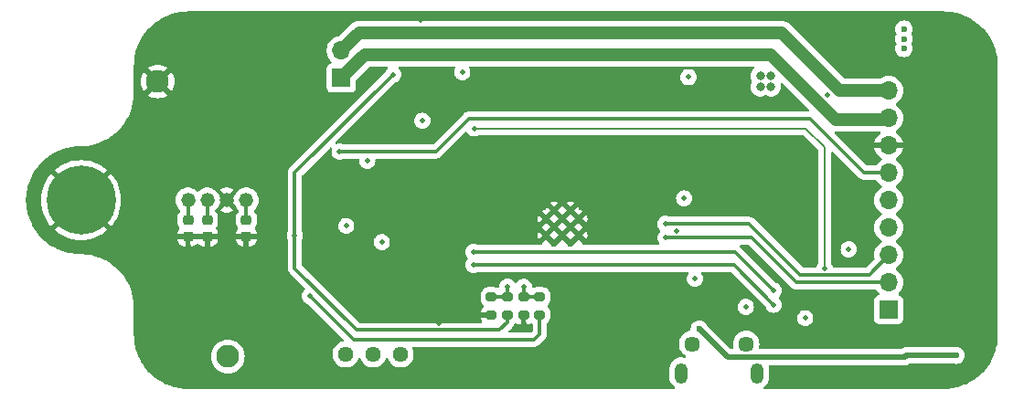
<source format=gbr>
%TF.GenerationSoftware,KiCad,Pcbnew,(7.0.0)*%
%TF.CreationDate,2023-06-27T20:18:47+12:00*%
%TF.ProjectId,VehicleCurrentSense_PCB,56656869-636c-4654-9375-7272656e7453,V1.0*%
%TF.SameCoordinates,Original*%
%TF.FileFunction,Copper,L4,Bot*%
%TF.FilePolarity,Positive*%
%FSLAX46Y46*%
G04 Gerber Fmt 4.6, Leading zero omitted, Abs format (unit mm)*
G04 Created by KiCad (PCBNEW (7.0.0)) date 2023-06-27 20:18:47*
%MOMM*%
%LPD*%
G01*
G04 APERTURE LIST*
G04 Aperture macros list*
%AMRoundRect*
0 Rectangle with rounded corners*
0 $1 Rounding radius*
0 $2 $3 $4 $5 $6 $7 $8 $9 X,Y pos of 4 corners*
0 Add a 4 corners polygon primitive as box body*
4,1,4,$2,$3,$4,$5,$6,$7,$8,$9,$2,$3,0*
0 Add four circle primitives for the rounded corners*
1,1,$1+$1,$2,$3*
1,1,$1+$1,$4,$5*
1,1,$1+$1,$6,$7*
1,1,$1+$1,$8,$9*
0 Add four rect primitives between the rounded corners*
20,1,$1+$1,$2,$3,$4,$5,0*
20,1,$1+$1,$4,$5,$6,$7,0*
20,1,$1+$1,$6,$7,$8,$9,0*
20,1,$1+$1,$8,$9,$2,$3,0*%
G04 Aperture macros list end*
%TA.AperFunction,ComponentPad*%
%ADD10R,1.700000X1.700000*%
%TD*%
%TA.AperFunction,ComponentPad*%
%ADD11O,1.700000X1.700000*%
%TD*%
%TA.AperFunction,HeatsinkPad*%
%ADD12C,0.600000*%
%TD*%
%TA.AperFunction,ComponentPad*%
%ADD13C,1.320800*%
%TD*%
%TA.AperFunction,ComponentPad*%
%ADD14C,2.108200*%
%TD*%
%TA.AperFunction,ComponentPad*%
%ADD15C,1.440000*%
%TD*%
%TA.AperFunction,ComponentPad*%
%ADD16O,1.200000X1.900000*%
%TD*%
%TA.AperFunction,ComponentPad*%
%ADD17C,1.450000*%
%TD*%
%TA.AperFunction,ComponentPad*%
%ADD18C,0.800000*%
%TD*%
%TA.AperFunction,ComponentPad*%
%ADD19C,6.400000*%
%TD*%
%TA.AperFunction,SMDPad,CuDef*%
%ADD20RoundRect,0.225000X-0.250000X0.225000X-0.250000X-0.225000X0.250000X-0.225000X0.250000X0.225000X0*%
%TD*%
%TA.AperFunction,SMDPad,CuDef*%
%ADD21RoundRect,0.200000X-0.275000X0.200000X-0.275000X-0.200000X0.275000X-0.200000X0.275000X0.200000X0*%
%TD*%
%TA.AperFunction,SMDPad,CuDef*%
%ADD22RoundRect,0.200000X0.275000X-0.200000X0.275000X0.200000X-0.275000X0.200000X-0.275000X-0.200000X0*%
%TD*%
%TA.AperFunction,ViaPad*%
%ADD23C,0.500000*%
%TD*%
%TA.AperFunction,ViaPad*%
%ADD24C,0.600000*%
%TD*%
%TA.AperFunction,ViaPad*%
%ADD25C,0.800000*%
%TD*%
%TA.AperFunction,Conductor*%
%ADD26C,0.300000*%
%TD*%
%TA.AperFunction,Conductor*%
%ADD27C,0.500000*%
%TD*%
%TA.AperFunction,Conductor*%
%ADD28C,0.200000*%
%TD*%
%TA.AperFunction,Conductor*%
%ADD29C,1.200000*%
%TD*%
G04 APERTURE END LIST*
D10*
%TO.P,J3,1,Pin_1*%
%TO.N,BSPD Test Current +*%
X139199999Y-76174999D03*
D11*
%TO.P,J3,2,Pin_2*%
%TO.N,BSPD Test Current -*%
X139199999Y-73634999D03*
%TD*%
D12*
%TO.P,U7,39,GND*%
%TO.N,GND*%
X161205000Y-90757500D03*
X161205000Y-89232500D03*
X160442500Y-91520000D03*
X160442500Y-89995000D03*
X160442500Y-88470000D03*
X159680000Y-90757500D03*
X159680000Y-89232500D03*
X158917500Y-91520000D03*
X158917500Y-89995000D03*
X158917500Y-88470000D03*
X158155000Y-90757500D03*
X158155000Y-89232500D03*
%TD*%
D13*
%TO.P,U1,1,+5V*%
%TO.N,+5V*%
X130399999Y-87500000D03*
%TO.P,U1,2,GND*%
%TO.N,GND*%
X128600000Y-87500000D03*
%TO.P,U1,3,OUTPUT*%
%TO.N,Net-(U1-OUTPUT)*%
X126799999Y-87500000D03*
%TO.P,U1,4,VREF*%
%TO.N,VREF*%
X125000000Y-87500000D03*
D14*
%TO.P,U1,5,CORE*%
%TO.N,GND*%
X122200000Y-76499999D03*
%TO.P,U1,6,NC*%
%TO.N,unconnected-(U1-NC-Pad6)*%
X128699999Y-101999999D03*
%TD*%
D10*
%TO.P,J1,1,Pin_1*%
%TO.N,+5V*%
X189899999Y-97659999D03*
D11*
%TO.P,J1,2,Pin_2*%
%TO.N,Local*%
X189899999Y-95119999D03*
%TO.P,J1,3,Pin_3*%
%TO.N,Upstream*%
X189899999Y-92579999D03*
%TO.P,J1,4,Pin_4*%
%TO.N,CAN-*%
X189899999Y-90039999D03*
%TO.P,J1,5,Pin_5*%
%TO.N,CAN+*%
X189899999Y-87499999D03*
%TO.P,J1,6,Pin_6*%
%TO.N,BSPD*%
X189899999Y-84959999D03*
%TO.P,J1,7,Pin_7*%
%TO.N,GND*%
X189899999Y-82419999D03*
%TO.P,J1,8,Pin_8*%
%TO.N,BSPD Test Current +*%
X189899999Y-79879999D03*
%TO.P,J1,9,Pin_9*%
%TO.N,BSPD Test Current -*%
X189899999Y-77339999D03*
%TD*%
D15*
%TO.P,RV2,1,1*%
%TO.N,Net-(R28-Pad1)*%
X144680000Y-101800000D03*
%TO.P,RV2,2,2*%
%TO.N,BSPD Threshold*%
X142140000Y-101800000D03*
%TO.P,RV2,3,3*%
%TO.N,+5V*%
X139600000Y-101800000D03*
%TD*%
D16*
%TO.P,J2,6*%
%TO.N,N/C*%
X170699999Y-103537499D03*
D17*
X171700000Y-100837500D03*
X176700000Y-100837500D03*
D16*
X177699999Y-103537499D03*
%TD*%
D18*
%TO.P,H2,1,1*%
%TO.N,GND*%
X112700000Y-87500000D03*
X113402944Y-85802944D03*
X113402944Y-89197056D03*
X115100000Y-85100000D03*
D19*
X115100000Y-87500000D03*
D18*
X115100000Y-89900000D03*
X116797056Y-85802944D03*
X116797056Y-89197056D03*
X117500000Y-87500000D03*
%TD*%
D20*
%TO.P,C3,1*%
%TO.N,+5V*%
X130400000Y-89325000D03*
%TO.P,C3,2*%
%TO.N,GND*%
X130400000Y-90875000D03*
%TD*%
D21*
%TO.P,R20,1*%
%TO.N,3V3 VREF*%
X156070000Y-96475000D03*
%TO.P,R20,2*%
%TO.N,GND*%
X156070000Y-98125000D03*
%TD*%
D22*
%TO.P,R19,1*%
%TO.N,VREF*%
X157580000Y-98125000D03*
%TO.P,R19,2*%
%TO.N,3V3 VREF*%
X157580000Y-96475000D03*
%TD*%
D20*
%TO.P,C2,1*%
%TO.N,Net-(U1-OUTPUT)*%
X126800000Y-89325000D03*
%TO.P,C2,2*%
%TO.N,GND*%
X126800000Y-90875000D03*
%TD*%
%TO.P,C1,1*%
%TO.N,VREF*%
X125000000Y-89325000D03*
%TO.P,C1,2*%
%TO.N,GND*%
X125000000Y-90875000D03*
%TD*%
D21*
%TO.P,R18,1*%
%TO.N,3V3 LEM_OUT*%
X153100000Y-96475000D03*
%TO.P,R18,2*%
%TO.N,GND*%
X153100000Y-98125000D03*
%TD*%
D22*
%TO.P,R17,1*%
%TO.N,LEM_OUT*%
X154580000Y-98125000D03*
%TO.P,R17,2*%
%TO.N,3V3 LEM_OUT*%
X154580000Y-96475000D03*
%TD*%
D23*
%TO.N,GND*%
X166550000Y-97350000D03*
X139650000Y-91400000D03*
X193850000Y-74800000D03*
X179250000Y-94650000D03*
X184250000Y-77750000D03*
X126800000Y-91750000D03*
X186900000Y-90400000D03*
X176300000Y-83000000D03*
X137000000Y-93900000D03*
X125000000Y-91750000D03*
X170250000Y-90350000D03*
X171200000Y-77600000D03*
X193850000Y-70600000D03*
X180800000Y-77800000D03*
X180650000Y-89000000D03*
X183450000Y-98450000D03*
X146800000Y-90500000D03*
X145300000Y-75800000D03*
X143250000Y-85700000D03*
X172000000Y-97400000D03*
X167750000Y-98250000D03*
X142900000Y-88400000D03*
X177150000Y-82100000D03*
X137700000Y-84850000D03*
X168950000Y-97300000D03*
X149000000Y-97350000D03*
X143500000Y-93500000D03*
X145100000Y-80150000D03*
X137350000Y-89850000D03*
X174850000Y-99550000D03*
X152750000Y-82350000D03*
X142900000Y-89900000D03*
X170950000Y-85800000D03*
X164700000Y-78300000D03*
X146550000Y-70800000D03*
X171200000Y-97100000D03*
X152200000Y-76650000D03*
X148200000Y-98950000D03*
X156100000Y-98900000D03*
X152150000Y-98150000D03*
X150250000Y-98500000D03*
X140900000Y-85700000D03*
X131300000Y-90850000D03*
X141000000Y-94000000D03*
X185750000Y-75100000D03*
X183850000Y-96000000D03*
X151450000Y-97350000D03*
X136100000Y-99350000D03*
X182350000Y-86600000D03*
%TO.N,VREF*%
X136300000Y-96400000D03*
%TO.N,LEM_OUT*%
X134900000Y-90800000D03*
X144000000Y-75850000D03*
D24*
%TO.N,+5V*%
X191300000Y-73450000D03*
X191300000Y-71650000D03*
D23*
X142950000Y-91400000D03*
X141600000Y-83850000D03*
X176650000Y-97400000D03*
X146700000Y-80150000D03*
D24*
X191300000Y-72550000D03*
D23*
X139650000Y-89900000D03*
D25*
%TO.N,+3V3*%
X179000000Y-76000000D03*
D23*
X171350000Y-76100000D03*
X182150000Y-98450000D03*
X150400000Y-75650000D03*
D25*
X178000000Y-77000000D03*
D23*
X171950000Y-94800000D03*
X186198783Y-92051352D03*
X170950000Y-87350000D03*
D25*
X179000000Y-77000000D03*
X178000000Y-76000000D03*
D24*
%TO.N,Net-(D2-A)*%
X172350000Y-99450000D03*
X196150000Y-101900000D03*
D23*
%TO.N,BSPD*%
X139050000Y-83000000D03*
%TO.N,Upstream*%
X169200000Y-89700000D03*
%TO.N,Local*%
X169250000Y-91000000D03*
%TO.N,IO0*%
X151500000Y-80850000D03*
X183950000Y-93800000D03*
%TO.N,3V3 LEM_OUT*%
X154600000Y-95500000D03*
%TO.N,3V3 VREF*%
X156100000Y-95550000D03*
%TO.N,TxD*%
X179250000Y-95900000D03*
X151450000Y-92300000D03*
%TO.N,RxD*%
X179250000Y-97200000D03*
X151450000Y-93500000D03*
%TD*%
D26*
%TO.N,VREF*%
X140350000Y-100450000D02*
X136300000Y-96400000D01*
X125000000Y-89325000D02*
X125000000Y-87500000D01*
X157580000Y-99920000D02*
X157050000Y-100450000D01*
X157050000Y-100450000D02*
X140350000Y-100450000D01*
X157580000Y-98125000D02*
X157580000Y-99920000D01*
%TO.N,LEM_OUT*%
X154580000Y-98820000D02*
X154580000Y-98125000D01*
X134900000Y-93800000D02*
X140650000Y-99550000D01*
X140650000Y-99550000D02*
X153850000Y-99550000D01*
X153850000Y-99550000D02*
X154580000Y-98820000D01*
X134900000Y-90800000D02*
X134900000Y-93800000D01*
X134900000Y-90800000D02*
X134900000Y-84950000D01*
X134900000Y-84950000D02*
X144000000Y-75850000D01*
%TO.N,+5V*%
X130400000Y-89325000D02*
X130399999Y-87500000D01*
D27*
%TO.N,Net-(D2-A)*%
X172350000Y-99450000D02*
X174950000Y-102050000D01*
X191540000Y-101900000D02*
X196150000Y-101900000D01*
X191390000Y-102050000D02*
X191540000Y-101900000D01*
X174950000Y-102050000D02*
X191390000Y-102050000D01*
D26*
%TO.N,BSPD*%
X187610000Y-84960000D02*
X189900000Y-84960000D01*
X147950000Y-83000000D02*
X151000000Y-79950000D01*
X139050000Y-83000000D02*
X147950000Y-83000000D01*
X182600000Y-79950000D02*
X187610000Y-84960000D01*
X151000000Y-79950000D02*
X182600000Y-79950000D01*
%TO.N,Upstream*%
X176975000Y-89700000D02*
X169200000Y-89700000D01*
X189900000Y-92580000D02*
X188080000Y-94400000D01*
X181675000Y-94400000D02*
X176975000Y-89700000D01*
X188080000Y-94400000D02*
X181675000Y-94400000D01*
%TO.N,Local*%
X189900000Y-95120000D02*
X181320000Y-95120000D01*
X181320000Y-95120000D02*
X177200000Y-91000000D01*
X177200000Y-91000000D02*
X169250000Y-91000000D01*
D28*
%TO.N,IO0*%
X183950000Y-93800000D02*
X183950000Y-82600000D01*
X182200000Y-80850000D02*
X151500000Y-80850000D01*
X183950000Y-82600000D02*
X182200000Y-80850000D01*
D26*
%TO.N,3V3 LEM_OUT*%
X154580000Y-95520000D02*
X154600000Y-95500000D01*
X154580000Y-96475000D02*
X154580000Y-95520000D01*
X153100000Y-96475000D02*
X154580000Y-96475000D01*
%TO.N,3V3 VREF*%
X156070000Y-96475000D02*
X157580000Y-96475000D01*
X156070000Y-96475000D02*
X156070000Y-95580000D01*
X156070000Y-95580000D02*
X156100000Y-95550000D01*
D29*
%TO.N,BSPD Test Current +*%
X141375000Y-74000000D02*
X139200000Y-76175000D01*
X185000000Y-80000000D02*
X179000000Y-74000000D01*
X189780000Y-80000000D02*
X185000000Y-80000000D01*
X179000000Y-74000000D02*
X141375000Y-74000000D01*
X189900000Y-79880000D02*
X189780000Y-80000000D01*
D26*
%TO.N,TxD*%
X151450000Y-92300000D02*
X175650000Y-92300000D01*
X175650000Y-92300000D02*
X179250000Y-95900000D01*
%TO.N,RxD*%
X175550000Y-93500000D02*
X151450000Y-93500000D01*
X179250000Y-97200000D02*
X175550000Y-93500000D01*
D29*
%TO.N,BSPD Test Current -*%
X180000000Y-72000000D02*
X140835000Y-72000000D01*
X189900000Y-77340000D02*
X185340000Y-77340000D01*
X185340000Y-77340000D02*
X180000000Y-72000000D01*
X140835000Y-72000000D02*
X139200000Y-73635000D01*
D26*
%TO.N,Net-(U1-OUTPUT)*%
X126800000Y-89325000D02*
X126799999Y-87500000D01*
%TD*%
%TA.AperFunction,Conductor*%
%TO.N,GND*%
G36*
X156258000Y-97891613D02*
G01*
X156303387Y-97937000D01*
X156320000Y-97999000D01*
X156320000Y-99008673D01*
X156323450Y-99021548D01*
X156336326Y-99024999D01*
X156398753Y-99024999D01*
X156404386Y-99024743D01*
X156465570Y-99019184D01*
X156478369Y-99016638D01*
X156627232Y-98970251D01*
X156640820Y-98964135D01*
X156741350Y-98903364D01*
X156803627Y-98885495D01*
X156866416Y-98901475D01*
X156912574Y-98946941D01*
X156929500Y-99009481D01*
X156929500Y-99599192D01*
X156920061Y-99646645D01*
X156893181Y-99686873D01*
X156816873Y-99763181D01*
X156776645Y-99790061D01*
X156729192Y-99799500D01*
X154819808Y-99799500D01*
X154763513Y-99785985D01*
X154719490Y-99748385D01*
X154697335Y-99694898D01*
X154701877Y-99637182D01*
X154732127Y-99587819D01*
X154982646Y-99337299D01*
X154991289Y-99329434D01*
X154991349Y-99329384D01*
X154997940Y-99325202D01*
X155045897Y-99274131D01*
X155048515Y-99271429D01*
X155068911Y-99251035D01*
X155071610Y-99247554D01*
X155079174Y-99238695D01*
X155110448Y-99205393D01*
X155120674Y-99186790D01*
X155131346Y-99170542D01*
X155144362Y-99153764D01*
X155162492Y-99111866D01*
X155167632Y-99101375D01*
X155171369Y-99094578D01*
X155189627Y-99061368D01*
X155194906Y-99040803D01*
X155201208Y-99022399D01*
X155209636Y-99002926D01*
X155211700Y-98989892D01*
X155235189Y-98934598D01*
X155281916Y-98896834D01*
X155340911Y-98885467D01*
X155398324Y-98903167D01*
X155499179Y-98964135D01*
X155512767Y-98970251D01*
X155661627Y-99016638D01*
X155674431Y-99019184D01*
X155735615Y-99024744D01*
X155741244Y-99025000D01*
X155803674Y-99025000D01*
X155816549Y-99021549D01*
X155820000Y-99008674D01*
X155820000Y-97999000D01*
X155836613Y-97937000D01*
X155882000Y-97891613D01*
X155944000Y-97875000D01*
X156196000Y-97875000D01*
X156258000Y-97891613D01*
G37*
%TD.AperFunction*%
%TA.AperFunction,Conductor*%
G36*
X184712818Y-83001877D02*
G01*
X184762181Y-83032127D01*
X187092694Y-85362640D01*
X187100554Y-85371277D01*
X187100619Y-85371356D01*
X187104798Y-85377940D01*
X187110481Y-85383277D01*
X187110483Y-85383279D01*
X187155832Y-85425864D01*
X187158626Y-85428572D01*
X187178965Y-85448911D01*
X187182036Y-85451293D01*
X187182437Y-85451604D01*
X187191323Y-85459192D01*
X187224607Y-85490448D01*
X187231438Y-85494203D01*
X187231439Y-85494204D01*
X187243204Y-85500672D01*
X187259469Y-85511356D01*
X187270069Y-85519579D01*
X187270072Y-85519581D01*
X187276236Y-85524362D01*
X187318128Y-85542490D01*
X187328620Y-85547630D01*
X187368632Y-85569627D01*
X187388455Y-85574716D01*
X187389193Y-85574906D01*
X187407594Y-85581205D01*
X187427074Y-85589635D01*
X187434780Y-85590855D01*
X187434782Y-85590856D01*
X187449211Y-85593141D01*
X187472166Y-85596776D01*
X187483582Y-85599140D01*
X187527823Y-85610500D01*
X187549046Y-85610500D01*
X187568444Y-85612026D01*
X187589405Y-85615347D01*
X187634859Y-85611050D01*
X187646530Y-85610500D01*
X188642278Y-85610500D01*
X188699535Y-85624511D01*
X188743853Y-85663377D01*
X188858395Y-85826961D01*
X188858401Y-85826968D01*
X188861505Y-85831401D01*
X189028599Y-85998495D01*
X189033032Y-86001599D01*
X189033038Y-86001604D01*
X189214158Y-86128425D01*
X189253024Y-86172743D01*
X189267035Y-86230000D01*
X189253024Y-86287257D01*
X189214159Y-86331575D01*
X189033041Y-86458395D01*
X189028599Y-86461505D01*
X189024775Y-86465328D01*
X189024769Y-86465334D01*
X188865334Y-86624769D01*
X188865328Y-86624775D01*
X188861505Y-86628599D01*
X188858402Y-86633029D01*
X188858399Y-86633034D01*
X188729073Y-86817731D01*
X188729068Y-86817738D01*
X188725965Y-86822171D01*
X188723677Y-86827077D01*
X188723675Y-86827081D01*
X188628386Y-87031427D01*
X188628383Y-87031432D01*
X188626097Y-87036337D01*
X188624698Y-87041557D01*
X188624694Y-87041569D01*
X188566337Y-87259365D01*
X188566335Y-87259371D01*
X188564937Y-87264592D01*
X188564465Y-87269977D01*
X188564465Y-87269982D01*
X188545351Y-87488457D01*
X188544341Y-87500000D01*
X188544813Y-87505395D01*
X188563442Y-87718327D01*
X188564937Y-87735408D01*
X188566336Y-87740630D01*
X188566337Y-87740634D01*
X188624694Y-87958430D01*
X188624697Y-87958438D01*
X188626097Y-87963663D01*
X188628385Y-87968570D01*
X188628386Y-87968572D01*
X188723678Y-88172927D01*
X188723681Y-88172933D01*
X188725965Y-88177830D01*
X188729064Y-88182257D01*
X188729066Y-88182259D01*
X188858399Y-88366966D01*
X188858402Y-88366970D01*
X188861505Y-88371401D01*
X189028599Y-88538495D01*
X189033032Y-88541599D01*
X189033038Y-88541604D01*
X189214158Y-88668425D01*
X189253024Y-88712743D01*
X189267035Y-88770000D01*
X189253024Y-88827257D01*
X189214159Y-88871575D01*
X189033041Y-88998395D01*
X189028599Y-89001505D01*
X189024775Y-89005328D01*
X189024769Y-89005334D01*
X188865334Y-89164769D01*
X188865328Y-89164775D01*
X188861505Y-89168599D01*
X188858402Y-89173029D01*
X188858399Y-89173034D01*
X188729073Y-89357731D01*
X188729068Y-89357738D01*
X188725965Y-89362171D01*
X188723677Y-89367077D01*
X188723675Y-89367081D01*
X188628386Y-89571427D01*
X188628383Y-89571432D01*
X188626097Y-89576337D01*
X188624698Y-89581557D01*
X188624694Y-89581569D01*
X188566337Y-89799365D01*
X188566335Y-89799371D01*
X188564937Y-89804592D01*
X188564465Y-89809977D01*
X188564465Y-89809982D01*
X188548112Y-89996896D01*
X188544341Y-90040000D01*
X188544813Y-90045395D01*
X188561277Y-90233581D01*
X188564937Y-90275408D01*
X188566336Y-90280630D01*
X188566337Y-90280634D01*
X188624694Y-90498430D01*
X188624697Y-90498438D01*
X188626097Y-90503663D01*
X188628385Y-90508570D01*
X188628386Y-90508572D01*
X188723678Y-90712927D01*
X188723681Y-90712933D01*
X188725965Y-90717830D01*
X188729064Y-90722257D01*
X188729066Y-90722259D01*
X188858399Y-90906966D01*
X188858402Y-90906970D01*
X188861505Y-90911401D01*
X189028599Y-91078495D01*
X189033032Y-91081599D01*
X189033038Y-91081604D01*
X189214158Y-91208425D01*
X189253024Y-91252743D01*
X189267035Y-91310000D01*
X189253024Y-91367257D01*
X189214159Y-91411575D01*
X189033041Y-91538395D01*
X189028599Y-91541505D01*
X189024775Y-91545328D01*
X189024769Y-91545334D01*
X188865334Y-91704769D01*
X188865328Y-91704775D01*
X188861505Y-91708599D01*
X188858402Y-91713029D01*
X188858399Y-91713034D01*
X188729073Y-91897731D01*
X188729068Y-91897738D01*
X188725965Y-91902171D01*
X188723677Y-91907077D01*
X188723675Y-91907081D01*
X188628386Y-92111427D01*
X188628383Y-92111432D01*
X188626097Y-92116337D01*
X188624698Y-92121557D01*
X188624694Y-92121569D01*
X188566337Y-92339365D01*
X188566335Y-92339371D01*
X188564937Y-92344592D01*
X188564465Y-92349977D01*
X188564465Y-92349982D01*
X188549394Y-92522242D01*
X188544341Y-92580000D01*
X188544813Y-92585395D01*
X188562509Y-92787665D01*
X188564937Y-92815408D01*
X188566334Y-92820625D01*
X188566337Y-92820637D01*
X188584384Y-92887989D01*
X188584384Y-92952175D01*
X188552290Y-93007762D01*
X187846873Y-93713181D01*
X187806645Y-93740061D01*
X187759192Y-93749500D01*
X184810372Y-93749500D01*
X184752433Y-93735131D01*
X184707921Y-93695355D01*
X184689408Y-93645471D01*
X184688641Y-93645647D01*
X184687310Y-93639816D01*
X184687152Y-93639390D01*
X184686313Y-93631941D01*
X184630456Y-93472310D01*
X184569505Y-93375308D01*
X184550500Y-93309337D01*
X184550500Y-92051352D01*
X185443534Y-92051352D01*
X185444314Y-92058275D01*
X185461689Y-92212487D01*
X185461690Y-92212494D01*
X185462470Y-92219411D01*
X185464769Y-92225982D01*
X185464770Y-92225985D01*
X185508158Y-92349982D01*
X185518327Y-92379042D01*
X185569910Y-92461135D01*
X185594644Y-92500500D01*
X185608306Y-92522242D01*
X185727893Y-92641829D01*
X185871093Y-92731808D01*
X186030724Y-92787665D01*
X186198783Y-92806601D01*
X186366842Y-92787665D01*
X186526473Y-92731808D01*
X186669673Y-92641829D01*
X186789260Y-92522242D01*
X186879239Y-92379042D01*
X186935096Y-92219411D01*
X186954032Y-92051352D01*
X186935096Y-91883293D01*
X186879239Y-91723662D01*
X186789260Y-91580462D01*
X186669673Y-91460875D01*
X186526473Y-91370896D01*
X186519907Y-91368598D01*
X186519904Y-91368597D01*
X186373416Y-91317339D01*
X186373413Y-91317338D01*
X186366842Y-91315039D01*
X186359925Y-91314259D01*
X186359918Y-91314258D01*
X186205706Y-91296883D01*
X186198783Y-91296103D01*
X186191860Y-91296883D01*
X186037647Y-91314258D01*
X186037638Y-91314259D01*
X186030724Y-91315039D01*
X186024154Y-91317337D01*
X186024149Y-91317339D01*
X185877661Y-91368597D01*
X185877655Y-91368599D01*
X185871093Y-91370896D01*
X185865202Y-91374597D01*
X185865201Y-91374598D01*
X185733793Y-91457167D01*
X185733788Y-91457170D01*
X185727893Y-91460875D01*
X185722968Y-91465799D01*
X185722964Y-91465803D01*
X185613234Y-91575533D01*
X185613230Y-91575537D01*
X185608306Y-91580462D01*
X185604601Y-91586357D01*
X185604598Y-91586362D01*
X185523653Y-91715186D01*
X185518327Y-91723662D01*
X185516030Y-91730224D01*
X185516028Y-91730230D01*
X185464770Y-91876718D01*
X185464770Y-91876719D01*
X185462470Y-91883293D01*
X185461690Y-91890207D01*
X185461689Y-91890216D01*
X185452440Y-91972310D01*
X185443534Y-92051352D01*
X184550500Y-92051352D01*
X184550500Y-83119808D01*
X184564015Y-83063513D01*
X184601615Y-83019490D01*
X184655102Y-82997335D01*
X184712818Y-83001877D01*
G37*
%TD.AperFunction*%
%TA.AperFunction,Conductor*%
G36*
X149697556Y-75117697D02*
G01*
X149743083Y-75164519D01*
X149758506Y-75227977D01*
X149739549Y-75290472D01*
X149723246Y-75316417D01*
X149723243Y-75316422D01*
X149719544Y-75322310D01*
X149717247Y-75328872D01*
X149717245Y-75328878D01*
X149665987Y-75475366D01*
X149665985Y-75475371D01*
X149663687Y-75481941D01*
X149662907Y-75488855D01*
X149662906Y-75488864D01*
X149650495Y-75599017D01*
X149644751Y-75650000D01*
X149645531Y-75656923D01*
X149662906Y-75811135D01*
X149662907Y-75811142D01*
X149663687Y-75818059D01*
X149665986Y-75824630D01*
X149665987Y-75824633D01*
X149703535Y-75931941D01*
X149719544Y-75977690D01*
X149809523Y-76120890D01*
X149929110Y-76240477D01*
X150072310Y-76330456D01*
X150231941Y-76386313D01*
X150400000Y-76405249D01*
X150568059Y-76386313D01*
X150727690Y-76330456D01*
X150870890Y-76240477D01*
X150990477Y-76120890D01*
X151003603Y-76100000D01*
X170594751Y-76100000D01*
X170595531Y-76106923D01*
X170612906Y-76261135D01*
X170612907Y-76261142D01*
X170613687Y-76268059D01*
X170615986Y-76274630D01*
X170615987Y-76274633D01*
X170661691Y-76405249D01*
X170669544Y-76427690D01*
X170759523Y-76570890D01*
X170879110Y-76690477D01*
X171022310Y-76780456D01*
X171181941Y-76836313D01*
X171350000Y-76855249D01*
X171518059Y-76836313D01*
X171677690Y-76780456D01*
X171820890Y-76690477D01*
X171940477Y-76570890D01*
X172030456Y-76427690D01*
X172086313Y-76268059D01*
X172105249Y-76100000D01*
X172086313Y-75931941D01*
X172030456Y-75772310D01*
X171940477Y-75629110D01*
X171820890Y-75509523D01*
X171677690Y-75419544D01*
X171671124Y-75417246D01*
X171671121Y-75417245D01*
X171524633Y-75365987D01*
X171524630Y-75365986D01*
X171518059Y-75363687D01*
X171511142Y-75362907D01*
X171511135Y-75362906D01*
X171376350Y-75347720D01*
X171349999Y-75337661D01*
X171323650Y-75347720D01*
X171188864Y-75362906D01*
X171188855Y-75362907D01*
X171181941Y-75363687D01*
X171175371Y-75365985D01*
X171175366Y-75365987D01*
X171028878Y-75417245D01*
X171028872Y-75417247D01*
X171022310Y-75419544D01*
X171016419Y-75423245D01*
X171016418Y-75423246D01*
X170885010Y-75505815D01*
X170885005Y-75505818D01*
X170879110Y-75509523D01*
X170874185Y-75514447D01*
X170874181Y-75514451D01*
X170764451Y-75624181D01*
X170764447Y-75624185D01*
X170759523Y-75629110D01*
X170755818Y-75635005D01*
X170755815Y-75635010D01*
X170673246Y-75766418D01*
X170669544Y-75772310D01*
X170667247Y-75778872D01*
X170667245Y-75778878D01*
X170615987Y-75925366D01*
X170615985Y-75925371D01*
X170613687Y-75931941D01*
X170612907Y-75938855D01*
X170612906Y-75938864D01*
X170603426Y-76023007D01*
X170594751Y-76100000D01*
X151003603Y-76100000D01*
X151080456Y-75977690D01*
X151136313Y-75818059D01*
X151155249Y-75650000D01*
X151136313Y-75481941D01*
X151080456Y-75322310D01*
X151060451Y-75290472D01*
X151041494Y-75227977D01*
X151056917Y-75164519D01*
X151102444Y-75117697D01*
X151165445Y-75100500D01*
X171309766Y-75100500D01*
X171350000Y-75110878D01*
X171390234Y-75100500D01*
X177324401Y-75100500D01*
X177384137Y-75115837D01*
X177429096Y-75158055D01*
X177448156Y-75216709D01*
X177436602Y-75277291D01*
X177403137Y-75317747D01*
X177404215Y-75318945D01*
X177399386Y-75323292D01*
X177394129Y-75327112D01*
X177389784Y-75331937D01*
X177389779Y-75331942D01*
X177271813Y-75462956D01*
X177271808Y-75462962D01*
X177267467Y-75467784D01*
X177264222Y-75473404D01*
X177264218Y-75473410D01*
X177176069Y-75626089D01*
X177176066Y-75626094D01*
X177172821Y-75631716D01*
X177170815Y-75637888D01*
X177170813Y-75637894D01*
X177116333Y-75805564D01*
X177116331Y-75805573D01*
X177114326Y-75811744D01*
X177113648Y-75818194D01*
X177113646Y-75818204D01*
X177102384Y-75925366D01*
X177094540Y-76000000D01*
X177095219Y-76006460D01*
X177113646Y-76181795D01*
X177113647Y-76181803D01*
X177114326Y-76188256D01*
X177116331Y-76194428D01*
X177116333Y-76194435D01*
X177165100Y-76344522D01*
X177172821Y-76368284D01*
X177176068Y-76373908D01*
X177176069Y-76373910D01*
X177213071Y-76437999D01*
X177229684Y-76499998D01*
X177213072Y-76561997D01*
X177176071Y-76626085D01*
X177176067Y-76626092D01*
X177172821Y-76631716D01*
X177170814Y-76637890D01*
X177170811Y-76637899D01*
X177116333Y-76805564D01*
X177116331Y-76805573D01*
X177114326Y-76811744D01*
X177113648Y-76818194D01*
X177113646Y-76818204D01*
X177106987Y-76881569D01*
X177094540Y-77000000D01*
X177095219Y-77006460D01*
X177113646Y-77181795D01*
X177113647Y-77181803D01*
X177114326Y-77188256D01*
X177116331Y-77194428D01*
X177116333Y-77194435D01*
X177137318Y-77259019D01*
X177172821Y-77368284D01*
X177176068Y-77373908D01*
X177176069Y-77373910D01*
X177263589Y-77525500D01*
X177267467Y-77532216D01*
X177394129Y-77672888D01*
X177547270Y-77784151D01*
X177720197Y-77861144D01*
X177905354Y-77900500D01*
X178088143Y-77900500D01*
X178094646Y-77900500D01*
X178279803Y-77861144D01*
X178449566Y-77785559D01*
X178500000Y-77774839D01*
X178550433Y-77785559D01*
X178720197Y-77861144D01*
X178905354Y-77900500D01*
X179088143Y-77900500D01*
X179094646Y-77900500D01*
X179279803Y-77861144D01*
X179452730Y-77784151D01*
X179605871Y-77672888D01*
X179732533Y-77532216D01*
X179827179Y-77368284D01*
X179885674Y-77188256D01*
X179905460Y-77000000D01*
X179885674Y-76811744D01*
X179867326Y-76755277D01*
X179864244Y-76689913D01*
X179894865Y-76632079D01*
X179950663Y-76597886D01*
X180016095Y-76596858D01*
X180072939Y-76629281D01*
X182531477Y-79087819D01*
X182561727Y-79137182D01*
X182566269Y-79194898D01*
X182544114Y-79248385D01*
X182500091Y-79285985D01*
X182443796Y-79299500D01*
X151081072Y-79299500D01*
X151069403Y-79298950D01*
X151069316Y-79298941D01*
X151061703Y-79297240D01*
X151053905Y-79297485D01*
X150991737Y-79299439D01*
X150987842Y-79299500D01*
X150959075Y-79299500D01*
X150955207Y-79299988D01*
X150955198Y-79299989D01*
X150954676Y-79300055D01*
X150943059Y-79300968D01*
X150905224Y-79302157D01*
X150905216Y-79302158D01*
X150897430Y-79302403D01*
X150889942Y-79304578D01*
X150889943Y-79304578D01*
X150877048Y-79308324D01*
X150858009Y-79312266D01*
X150844683Y-79313950D01*
X150844676Y-79313951D01*
X150836942Y-79314929D01*
X150829694Y-79317798D01*
X150829692Y-79317799D01*
X150794489Y-79331736D01*
X150783443Y-79335517D01*
X150747098Y-79346077D01*
X150747091Y-79346079D01*
X150739601Y-79348256D01*
X150732888Y-79352225D01*
X150732883Y-79352228D01*
X150721329Y-79359061D01*
X150703866Y-79367616D01*
X150691381Y-79372559D01*
X150691370Y-79372564D01*
X150684129Y-79375432D01*
X150677824Y-79380012D01*
X150677825Y-79380012D01*
X150647201Y-79402261D01*
X150637444Y-79408670D01*
X150604848Y-79427948D01*
X150604843Y-79427951D01*
X150598135Y-79431919D01*
X150592619Y-79437434D01*
X150592616Y-79437437D01*
X150583122Y-79446930D01*
X150568338Y-79459557D01*
X150557475Y-79467449D01*
X150557466Y-79467457D01*
X150551163Y-79472037D01*
X150546196Y-79478039D01*
X150546185Y-79478051D01*
X150522055Y-79507219D01*
X150514195Y-79515857D01*
X147716873Y-82313181D01*
X147676645Y-82340061D01*
X147629192Y-82349500D01*
X139461088Y-82349500D01*
X139395115Y-82330493D01*
X139383584Y-82323247D01*
X139383580Y-82323245D01*
X139377690Y-82319544D01*
X139371124Y-82317246D01*
X139371121Y-82317245D01*
X139224633Y-82265987D01*
X139224630Y-82265986D01*
X139218059Y-82263687D01*
X139211142Y-82262907D01*
X139211135Y-82262906D01*
X139056923Y-82245531D01*
X139050000Y-82244751D01*
X139043077Y-82245531D01*
X138888864Y-82262906D01*
X138888855Y-82262907D01*
X138881941Y-82263687D01*
X138875371Y-82265985D01*
X138875366Y-82265987D01*
X138816835Y-82286468D01*
X138751007Y-82290906D01*
X138692221Y-82260952D01*
X138657120Y-82205088D01*
X138655640Y-82139128D01*
X138688199Y-82081746D01*
X140619945Y-80150000D01*
X145944751Y-80150000D01*
X145945531Y-80156923D01*
X145962906Y-80311135D01*
X145962907Y-80311142D01*
X145963687Y-80318059D01*
X145965986Y-80324630D01*
X145965987Y-80324633D01*
X145995923Y-80410187D01*
X146019544Y-80477690D01*
X146109523Y-80620890D01*
X146229110Y-80740477D01*
X146372310Y-80830456D01*
X146531941Y-80886313D01*
X146700000Y-80905249D01*
X146868059Y-80886313D01*
X147027690Y-80830456D01*
X147170890Y-80740477D01*
X147290477Y-80620890D01*
X147380456Y-80477690D01*
X147436313Y-80318059D01*
X147455249Y-80150000D01*
X147436313Y-79981941D01*
X147380456Y-79822310D01*
X147290477Y-79679110D01*
X147170890Y-79559523D01*
X147027690Y-79469544D01*
X147021124Y-79467246D01*
X147021121Y-79467245D01*
X146874633Y-79415987D01*
X146874630Y-79415986D01*
X146868059Y-79413687D01*
X146861142Y-79412907D01*
X146861135Y-79412906D01*
X146706923Y-79395531D01*
X146700000Y-79394751D01*
X146693077Y-79395531D01*
X146538864Y-79412906D01*
X146538855Y-79412907D01*
X146531941Y-79413687D01*
X146525371Y-79415985D01*
X146525366Y-79415987D01*
X146378878Y-79467245D01*
X146378872Y-79467247D01*
X146372310Y-79469544D01*
X146366419Y-79473245D01*
X146366418Y-79473246D01*
X146235010Y-79555815D01*
X146235005Y-79555818D01*
X146229110Y-79559523D01*
X146224185Y-79564447D01*
X146224181Y-79564451D01*
X146114451Y-79674181D01*
X146114447Y-79674185D01*
X146109523Y-79679110D01*
X146105818Y-79685005D01*
X146105815Y-79685010D01*
X146097603Y-79698080D01*
X146019544Y-79822310D01*
X146017247Y-79828872D01*
X146017245Y-79828878D01*
X145965987Y-79975366D01*
X145965985Y-79975371D01*
X145963687Y-79981941D01*
X145962907Y-79988855D01*
X145962906Y-79988864D01*
X145948060Y-80120634D01*
X145944751Y-80150000D01*
X140619945Y-80150000D01*
X144172003Y-76597941D01*
X144218727Y-76568583D01*
X144327690Y-76530456D01*
X144470890Y-76440477D01*
X144590477Y-76320890D01*
X144680456Y-76177690D01*
X144736313Y-76018059D01*
X144755249Y-75850000D01*
X144736313Y-75681941D01*
X144680456Y-75522310D01*
X144590477Y-75379110D01*
X144523548Y-75312180D01*
X144493298Y-75262818D01*
X144488756Y-75205102D01*
X144510911Y-75151615D01*
X144554934Y-75114015D01*
X144611229Y-75100500D01*
X149634555Y-75100500D01*
X149697556Y-75117697D01*
G37*
%TD.AperFunction*%
%TA.AperFunction,Conductor*%
G36*
X195002562Y-70000605D02*
G01*
X195217600Y-70009500D01*
X195413455Y-70018052D01*
X195423330Y-70018881D01*
X195636706Y-70045479D01*
X195636793Y-70045490D01*
X195834945Y-70071577D01*
X195844192Y-70073153D01*
X196053521Y-70117044D01*
X196054765Y-70117312D01*
X196250386Y-70160680D01*
X196258901Y-70162889D01*
X196463665Y-70223850D01*
X196465325Y-70224359D01*
X196656696Y-70284698D01*
X196664453Y-70287431D01*
X196863363Y-70365046D01*
X196865513Y-70365911D01*
X197051024Y-70442752D01*
X197057972Y-70445886D01*
X197225903Y-70527982D01*
X197249587Y-70539561D01*
X197252383Y-70540972D01*
X197430420Y-70633652D01*
X197436636Y-70637118D01*
X197619793Y-70746255D01*
X197622929Y-70748187D01*
X197686491Y-70788681D01*
X197792282Y-70856078D01*
X197797710Y-70859741D01*
X197971184Y-70983599D01*
X197974616Y-70986140D01*
X198133912Y-71108372D01*
X198138567Y-71112126D01*
X198301226Y-71249891D01*
X198304838Y-71253072D01*
X198452925Y-71388769D01*
X198456807Y-71392486D01*
X198607512Y-71543191D01*
X198611232Y-71547076D01*
X198746921Y-71695155D01*
X198750107Y-71698772D01*
X198887872Y-71861431D01*
X198891626Y-71866086D01*
X199013858Y-72025382D01*
X199016399Y-72028814D01*
X199140257Y-72202288D01*
X199143920Y-72207716D01*
X199251800Y-72377052D01*
X199253743Y-72380205D01*
X199362880Y-72563362D01*
X199366346Y-72569578D01*
X199459026Y-72747615D01*
X199460437Y-72750411D01*
X199554099Y-72941997D01*
X199557260Y-72949005D01*
X199634051Y-73134395D01*
X199635008Y-73136774D01*
X199712559Y-73335523D01*
X199715302Y-73343309D01*
X199775602Y-73534554D01*
X199776186Y-73536460D01*
X199837105Y-73741084D01*
X199839321Y-73749627D01*
X199882671Y-73945166D01*
X199882971Y-73946559D01*
X199926844Y-74155802D01*
X199928422Y-74165062D01*
X199954459Y-74362829D01*
X199954568Y-74363677D01*
X199981114Y-74576641D01*
X199981948Y-74586570D01*
X199990513Y-74782728D01*
X199990525Y-74783013D01*
X199999394Y-74997438D01*
X199999500Y-75002562D01*
X199999500Y-99997438D01*
X199999394Y-100002563D01*
X199990525Y-100216987D01*
X199990513Y-100217271D01*
X199981948Y-100413428D01*
X199981114Y-100423357D01*
X199954568Y-100636321D01*
X199954459Y-100637169D01*
X199928422Y-100834936D01*
X199926844Y-100844196D01*
X199882971Y-101053439D01*
X199882671Y-101054832D01*
X199839321Y-101250371D01*
X199837105Y-101258914D01*
X199776186Y-101463538D01*
X199775602Y-101465444D01*
X199715302Y-101656689D01*
X199712559Y-101664475D01*
X199635008Y-101863224D01*
X199634051Y-101865603D01*
X199557260Y-102050993D01*
X199554099Y-102058001D01*
X199460437Y-102249587D01*
X199459026Y-102252383D01*
X199366346Y-102430420D01*
X199362880Y-102436636D01*
X199253743Y-102619793D01*
X199251800Y-102622946D01*
X199143920Y-102792282D01*
X199140257Y-102797710D01*
X199016399Y-102971184D01*
X199013858Y-102974616D01*
X198891626Y-103133912D01*
X198887872Y-103138567D01*
X198750107Y-103301226D01*
X198746908Y-103304858D01*
X198611254Y-103452899D01*
X198607512Y-103456807D01*
X198456807Y-103607512D01*
X198452899Y-103611254D01*
X198304858Y-103746908D01*
X198301226Y-103750107D01*
X198138567Y-103887872D01*
X198133912Y-103891626D01*
X197974616Y-104013858D01*
X197971184Y-104016399D01*
X197797710Y-104140257D01*
X197792282Y-104143920D01*
X197622946Y-104251800D01*
X197619793Y-104253743D01*
X197436636Y-104362880D01*
X197430420Y-104366346D01*
X197252383Y-104459026D01*
X197249587Y-104460437D01*
X197058001Y-104554099D01*
X197050993Y-104557260D01*
X196865603Y-104634051D01*
X196863224Y-104635008D01*
X196664475Y-104712559D01*
X196656689Y-104715302D01*
X196465444Y-104775602D01*
X196463538Y-104776186D01*
X196258914Y-104837105D01*
X196250371Y-104839321D01*
X196054832Y-104882671D01*
X196053439Y-104882971D01*
X195844196Y-104926844D01*
X195834936Y-104928422D01*
X195637169Y-104954459D01*
X195636321Y-104954568D01*
X195423357Y-104981114D01*
X195413428Y-104981948D01*
X195217381Y-104990508D01*
X195217097Y-104990520D01*
X195002563Y-104999394D01*
X194997438Y-104999500D01*
X178423547Y-104999500D01*
X178363603Y-104984048D01*
X178318598Y-104941543D01*
X178299749Y-104882579D01*
X178311754Y-104821850D01*
X178351617Y-104774495D01*
X178423952Y-104722986D01*
X178568986Y-104570878D01*
X178682613Y-104394072D01*
X178760725Y-104198957D01*
X178800500Y-103992585D01*
X178800500Y-103135075D01*
X178785528Y-102978282D01*
X178779994Y-102959435D01*
X178776941Y-102902483D01*
X178799704Y-102850190D01*
X178843466Y-102813616D01*
X178898971Y-102800500D01*
X191326293Y-102800500D01*
X191344264Y-102801809D01*
X191348160Y-102802379D01*
X191368023Y-102805289D01*
X191417368Y-102800972D01*
X191428176Y-102800500D01*
X191430100Y-102800500D01*
X191433709Y-102800500D01*
X191464550Y-102796894D01*
X191468031Y-102796539D01*
X191542797Y-102789999D01*
X191549653Y-102787726D01*
X191553043Y-102787027D01*
X191553375Y-102786973D01*
X191553728Y-102786873D01*
X191557071Y-102786080D01*
X191564255Y-102785241D01*
X191634760Y-102759579D01*
X191638118Y-102758412D01*
X191709334Y-102734814D01*
X191715486Y-102731018D01*
X191718607Y-102729564D01*
X191718929Y-102729430D01*
X191719238Y-102729258D01*
X191722315Y-102727712D01*
X191729117Y-102725237D01*
X191791806Y-102684005D01*
X191794780Y-102682110D01*
X191816101Y-102668959D01*
X191881195Y-102650500D01*
X195850028Y-102650500D01*
X195890982Y-102657457D01*
X195970745Y-102685368D01*
X196150000Y-102705565D01*
X196329255Y-102685368D01*
X196499522Y-102625789D01*
X196652262Y-102529816D01*
X196779816Y-102402262D01*
X196875789Y-102249522D01*
X196935368Y-102079255D01*
X196955565Y-101900000D01*
X196935368Y-101720745D01*
X196875789Y-101550478D01*
X196779816Y-101397738D01*
X196652262Y-101270184D01*
X196645555Y-101265970D01*
X196505412Y-101177912D01*
X196499522Y-101174211D01*
X196492959Y-101171914D01*
X196492956Y-101171913D01*
X196335824Y-101116930D01*
X196335819Y-101116928D01*
X196329255Y-101114632D01*
X196322335Y-101113852D01*
X196322334Y-101113852D01*
X196156923Y-101095215D01*
X196150000Y-101094435D01*
X196143077Y-101095215D01*
X195977665Y-101113852D01*
X195977662Y-101113852D01*
X195970745Y-101114632D01*
X195964182Y-101116928D01*
X195964175Y-101116930D01*
X195890983Y-101142542D01*
X195850028Y-101149500D01*
X191603707Y-101149500D01*
X191585736Y-101148191D01*
X191569126Y-101145758D01*
X191569124Y-101145757D01*
X191561977Y-101144711D01*
X191554784Y-101145340D01*
X191554778Y-101145340D01*
X191512631Y-101149028D01*
X191501824Y-101149500D01*
X191496291Y-101149500D01*
X191492730Y-101149916D01*
X191492715Y-101149917D01*
X191465501Y-101153098D01*
X191461916Y-101153464D01*
X191394393Y-101159371D01*
X191394385Y-101159372D01*
X191387203Y-101160001D01*
X191380352Y-101162270D01*
X191376935Y-101162976D01*
X191376619Y-101163027D01*
X191376295Y-101163119D01*
X191372913Y-101163920D01*
X191365745Y-101164759D01*
X191358968Y-101167225D01*
X191358957Y-101167228D01*
X191295231Y-101190421D01*
X191291831Y-101191603D01*
X191267425Y-101199691D01*
X191220666Y-101215186D01*
X191214526Y-101218972D01*
X191211356Y-101220450D01*
X191211061Y-101220571D01*
X191210780Y-101220729D01*
X191207663Y-101222294D01*
X191200883Y-101224763D01*
X191194855Y-101228727D01*
X191194852Y-101228729D01*
X191138228Y-101265970D01*
X191135193Y-101267903D01*
X191113905Y-101281035D01*
X191048803Y-101299500D01*
X178006539Y-101299500D01*
X177951695Y-101286712D01*
X177908163Y-101250987D01*
X177884922Y-101199691D01*
X177886764Y-101143407D01*
X177910089Y-101056354D01*
X177910090Y-101056351D01*
X177911492Y-101051119D01*
X177930181Y-100837500D01*
X177911492Y-100623881D01*
X177855992Y-100416753D01*
X177765368Y-100222410D01*
X177642373Y-100046755D01*
X177490745Y-99895127D01*
X177486314Y-99892024D01*
X177486310Y-99892021D01*
X177319520Y-99775233D01*
X177319518Y-99775231D01*
X177315091Y-99772132D01*
X177310194Y-99769848D01*
X177310188Y-99769845D01*
X177125653Y-99683795D01*
X177125646Y-99683792D01*
X177120747Y-99681508D01*
X177115520Y-99680107D01*
X177115519Y-99680107D01*
X176918851Y-99627409D01*
X176918841Y-99627407D01*
X176913619Y-99626008D01*
X176908227Y-99625536D01*
X176908220Y-99625535D01*
X176705395Y-99607791D01*
X176700000Y-99607319D01*
X176694605Y-99607791D01*
X176491779Y-99625535D01*
X176491770Y-99625536D01*
X176486381Y-99626008D01*
X176481160Y-99627406D01*
X176481148Y-99627409D01*
X176284480Y-99680107D01*
X176284475Y-99680108D01*
X176279253Y-99681508D01*
X176274357Y-99683790D01*
X176274346Y-99683795D01*
X176089820Y-99769842D01*
X176089816Y-99769844D01*
X176084910Y-99772132D01*
X176080477Y-99775235D01*
X176080470Y-99775240D01*
X175913690Y-99892021D01*
X175913685Y-99892024D01*
X175909255Y-99895127D01*
X175905431Y-99898950D01*
X175905425Y-99898956D01*
X175761456Y-100042925D01*
X175761450Y-100042931D01*
X175757627Y-100046755D01*
X175754524Y-100051185D01*
X175754521Y-100051190D01*
X175637740Y-100217970D01*
X175637735Y-100217977D01*
X175634632Y-100222410D01*
X175632344Y-100227316D01*
X175632342Y-100227320D01*
X175546295Y-100411846D01*
X175546290Y-100411857D01*
X175544008Y-100416753D01*
X175542608Y-100421975D01*
X175542607Y-100421980D01*
X175489909Y-100618648D01*
X175489906Y-100618660D01*
X175488508Y-100623881D01*
X175488036Y-100629270D01*
X175488035Y-100629279D01*
X175478488Y-100738412D01*
X175469819Y-100837500D01*
X175470291Y-100842895D01*
X175488035Y-101045720D01*
X175488036Y-101045727D01*
X175488508Y-101051119D01*
X175489908Y-101056346D01*
X175489910Y-101056354D01*
X175513236Y-101143407D01*
X175515078Y-101199691D01*
X175491837Y-101250987D01*
X175448305Y-101286712D01*
X175393461Y-101299500D01*
X175312230Y-101299500D01*
X175264777Y-101290061D01*
X175224549Y-101263181D01*
X173101970Y-99140602D01*
X173078016Y-99106843D01*
X173075789Y-99100478D01*
X172979816Y-98947738D01*
X172852262Y-98820184D01*
X172699522Y-98724211D01*
X172692959Y-98721914D01*
X172692956Y-98721913D01*
X172535824Y-98666930D01*
X172535819Y-98666928D01*
X172529255Y-98664632D01*
X172522335Y-98663852D01*
X172522334Y-98663852D01*
X172356923Y-98645215D01*
X172350000Y-98644435D01*
X172343077Y-98645215D01*
X172177665Y-98663852D01*
X172177662Y-98663852D01*
X172170745Y-98664632D01*
X172164182Y-98666928D01*
X172164175Y-98666930D01*
X172007043Y-98721913D01*
X172007036Y-98721915D01*
X172000478Y-98724211D01*
X171994590Y-98727910D01*
X171994587Y-98727912D01*
X171853638Y-98816476D01*
X171853633Y-98816479D01*
X171847738Y-98820184D01*
X171842813Y-98825108D01*
X171842809Y-98825112D01*
X171725112Y-98942809D01*
X171725108Y-98942813D01*
X171720184Y-98947738D01*
X171716479Y-98953633D01*
X171716476Y-98953638D01*
X171627912Y-99094587D01*
X171627910Y-99094590D01*
X171624211Y-99100478D01*
X171621915Y-99107036D01*
X171621913Y-99107043D01*
X171566930Y-99264175D01*
X171566928Y-99264182D01*
X171564632Y-99270745D01*
X171544435Y-99450000D01*
X171550036Y-99499712D01*
X171542799Y-99557454D01*
X171510017Y-99605536D01*
X171458909Y-99633368D01*
X171284480Y-99680107D01*
X171284475Y-99680108D01*
X171279253Y-99681508D01*
X171274357Y-99683790D01*
X171274346Y-99683795D01*
X171089820Y-99769842D01*
X171089816Y-99769844D01*
X171084910Y-99772132D01*
X171080477Y-99775235D01*
X171080470Y-99775240D01*
X170913690Y-99892021D01*
X170913685Y-99892024D01*
X170909255Y-99895127D01*
X170905431Y-99898950D01*
X170905425Y-99898956D01*
X170761456Y-100042925D01*
X170761450Y-100042931D01*
X170757627Y-100046755D01*
X170754524Y-100051185D01*
X170754521Y-100051190D01*
X170637740Y-100217970D01*
X170637735Y-100217977D01*
X170634632Y-100222410D01*
X170632344Y-100227316D01*
X170632342Y-100227320D01*
X170546295Y-100411846D01*
X170546290Y-100411857D01*
X170544008Y-100416753D01*
X170542608Y-100421975D01*
X170542607Y-100421980D01*
X170489909Y-100618648D01*
X170489906Y-100618660D01*
X170488508Y-100623881D01*
X170488036Y-100629270D01*
X170488035Y-100629279D01*
X170478488Y-100738412D01*
X170469819Y-100837500D01*
X170470291Y-100842895D01*
X170488035Y-101045720D01*
X170488036Y-101045727D01*
X170488508Y-101051119D01*
X170489907Y-101056341D01*
X170489909Y-101056351D01*
X170542063Y-101250987D01*
X170544008Y-101258247D01*
X170546292Y-101263146D01*
X170546295Y-101263153D01*
X170632345Y-101447688D01*
X170632348Y-101447694D01*
X170634632Y-101452591D01*
X170637731Y-101457018D01*
X170637733Y-101457020D01*
X170754521Y-101623810D01*
X170754524Y-101623814D01*
X170757627Y-101628245D01*
X170909255Y-101779873D01*
X171073310Y-101894746D01*
X171112016Y-101938761D01*
X171126183Y-101995638D01*
X171112643Y-102052667D01*
X171074422Y-102097106D01*
X171020060Y-102119025D01*
X170972424Y-102114536D01*
X170971953Y-102116480D01*
X170966212Y-102115087D01*
X170960633Y-102113156D01*
X170954794Y-102112316D01*
X170954788Y-102112315D01*
X170758441Y-102084085D01*
X170758435Y-102084084D01*
X170752602Y-102083246D01*
X170746716Y-102083526D01*
X170746710Y-102083526D01*
X170548567Y-102092965D01*
X170548565Y-102092965D01*
X170542670Y-102093246D01*
X170536942Y-102094635D01*
X170536932Y-102094637D01*
X170344160Y-102141404D01*
X170344155Y-102141405D01*
X170338424Y-102142796D01*
X170333054Y-102145247D01*
X170333052Y-102145249D01*
X170152621Y-102227649D01*
X170152614Y-102227652D01*
X170147247Y-102230104D01*
X170142437Y-102233528D01*
X170142432Y-102233532D01*
X169980865Y-102348583D01*
X169980859Y-102348587D01*
X169976048Y-102352014D01*
X169971974Y-102356286D01*
X169971969Y-102356291D01*
X169835088Y-102499848D01*
X169835082Y-102499855D01*
X169831014Y-102504122D01*
X169827822Y-102509088D01*
X169827821Y-102509090D01*
X169720582Y-102675955D01*
X169720578Y-102675962D01*
X169717387Y-102680928D01*
X169715195Y-102686403D01*
X169715190Y-102686413D01*
X169641469Y-102870560D01*
X169641466Y-102870569D01*
X169639275Y-102876043D01*
X169638158Y-102881834D01*
X169638156Y-102881844D01*
X169601747Y-103070756D01*
X169599500Y-103082415D01*
X169599500Y-103939925D01*
X169599779Y-103942854D01*
X169599780Y-103942860D01*
X169612219Y-104073130D01*
X169614472Y-104096718D01*
X169673684Y-104298375D01*
X169769989Y-104485182D01*
X169773642Y-104489827D01*
X169887814Y-104635008D01*
X169899908Y-104650386D01*
X169971659Y-104712559D01*
X170051552Y-104781787D01*
X170085900Y-104830512D01*
X170093541Y-104889635D01*
X170072707Y-104945491D01*
X170028216Y-104985170D01*
X169970349Y-104999500D01*
X125002562Y-104999500D01*
X124997437Y-104999394D01*
X124782901Y-104990520D01*
X124782617Y-104990508D01*
X124586570Y-104981948D01*
X124576641Y-104981114D01*
X124363677Y-104954568D01*
X124362829Y-104954459D01*
X124165062Y-104928422D01*
X124155802Y-104926844D01*
X123946559Y-104882971D01*
X123945166Y-104882671D01*
X123749627Y-104839321D01*
X123741084Y-104837105D01*
X123536460Y-104776186D01*
X123534554Y-104775602D01*
X123343309Y-104715302D01*
X123335523Y-104712559D01*
X123206985Y-104662404D01*
X123136734Y-104634991D01*
X123134395Y-104634051D01*
X122949005Y-104557260D01*
X122941997Y-104554099D01*
X122750411Y-104460437D01*
X122747615Y-104459026D01*
X122569578Y-104366346D01*
X122563362Y-104362880D01*
X122380205Y-104253743D01*
X122377052Y-104251800D01*
X122207716Y-104143920D01*
X122202288Y-104140257D01*
X122028814Y-104016399D01*
X122025382Y-104013858D01*
X121866086Y-103891626D01*
X121861431Y-103887872D01*
X121698772Y-103750107D01*
X121695155Y-103746921D01*
X121547076Y-103611232D01*
X121543191Y-103607512D01*
X121392486Y-103456807D01*
X121388769Y-103452925D01*
X121253072Y-103304838D01*
X121249891Y-103301226D01*
X121112126Y-103138567D01*
X121108372Y-103133912D01*
X120986140Y-102974616D01*
X120983599Y-102971184D01*
X120859741Y-102797710D01*
X120856078Y-102792282D01*
X120781969Y-102675955D01*
X120748187Y-102622929D01*
X120746255Y-102619793D01*
X120637118Y-102436636D01*
X120633652Y-102430420D01*
X120540972Y-102252383D01*
X120539561Y-102249587D01*
X120515563Y-102200498D01*
X120445886Y-102057972D01*
X120442752Y-102051024D01*
X120421617Y-101999999D01*
X127140592Y-101999999D01*
X127140974Y-102004853D01*
X127158971Y-102233532D01*
X127159791Y-102243944D01*
X127160926Y-102248673D01*
X127160927Y-102248677D01*
X127215777Y-102477145D01*
X127215779Y-102477153D01*
X127216915Y-102481882D01*
X127310557Y-102707955D01*
X127313104Y-102712112D01*
X127313105Y-102712113D01*
X127435865Y-102912440D01*
X127435870Y-102912447D01*
X127438412Y-102916595D01*
X127441572Y-102920294D01*
X127441575Y-102920299D01*
X127515240Y-103006549D01*
X127597332Y-103102666D01*
X127783403Y-103261586D01*
X127787553Y-103264129D01*
X127787557Y-103264132D01*
X127854016Y-103304858D01*
X127992043Y-103389441D01*
X128218116Y-103483083D01*
X128456054Y-103540207D01*
X128699999Y-103559406D01*
X128943944Y-103540207D01*
X129181882Y-103483083D01*
X129407955Y-103389441D01*
X129616595Y-103261586D01*
X129802666Y-103102666D01*
X129961586Y-102916595D01*
X130089441Y-102707955D01*
X130183083Y-102481882D01*
X130240207Y-102243944D01*
X130259406Y-101999999D01*
X130240207Y-101756054D01*
X130183083Y-101518116D01*
X130089441Y-101292043D01*
X130010380Y-101163027D01*
X129964132Y-101087557D01*
X129964129Y-101087553D01*
X129961586Y-101083403D01*
X129946817Y-101066111D01*
X129828827Y-100927963D01*
X129802666Y-100897332D01*
X129787224Y-100884143D01*
X129620299Y-100741575D01*
X129620294Y-100741572D01*
X129616595Y-100738412D01*
X129612447Y-100735870D01*
X129612440Y-100735865D01*
X129412113Y-100613105D01*
X129412112Y-100613104D01*
X129407955Y-100610557D01*
X129181882Y-100516915D01*
X129177153Y-100515779D01*
X129177145Y-100515777D01*
X128948677Y-100460927D01*
X128948673Y-100460926D01*
X128943944Y-100459791D01*
X128939091Y-100459409D01*
X128704853Y-100440974D01*
X128699999Y-100440592D01*
X128695145Y-100440974D01*
X128460906Y-100459409D01*
X128460904Y-100459409D01*
X128456054Y-100459791D01*
X128451326Y-100460925D01*
X128451320Y-100460927D01*
X128222852Y-100515777D01*
X128222840Y-100515780D01*
X128218116Y-100516915D01*
X128213619Y-100518777D01*
X128213615Y-100518779D01*
X127996547Y-100608691D01*
X127996542Y-100608693D01*
X127992043Y-100610557D01*
X127987890Y-100613101D01*
X127987884Y-100613105D01*
X127787557Y-100735865D01*
X127787544Y-100735874D01*
X127783403Y-100738412D01*
X127779708Y-100741567D01*
X127779698Y-100741575D01*
X127601032Y-100894171D01*
X127601025Y-100894177D01*
X127597332Y-100897332D01*
X127594177Y-100901025D01*
X127594171Y-100901032D01*
X127441575Y-101079698D01*
X127441567Y-101079708D01*
X127438412Y-101083403D01*
X127435874Y-101087544D01*
X127435865Y-101087557D01*
X127313105Y-101287884D01*
X127313101Y-101287890D01*
X127310557Y-101292043D01*
X127308693Y-101296542D01*
X127308691Y-101296547D01*
X127238732Y-101465444D01*
X127216915Y-101518116D01*
X127215780Y-101522840D01*
X127215777Y-101522852D01*
X127160927Y-101751320D01*
X127160925Y-101751326D01*
X127159791Y-101756054D01*
X127159409Y-101760904D01*
X127159409Y-101760906D01*
X127147917Y-101906923D01*
X127140592Y-101999999D01*
X120421617Y-101999999D01*
X120365911Y-101865513D01*
X120365046Y-101863363D01*
X120287431Y-101664453D01*
X120284696Y-101656689D01*
X120224359Y-101465325D01*
X120223850Y-101463665D01*
X120162889Y-101258901D01*
X120160680Y-101250386D01*
X120117312Y-101054765D01*
X120117027Y-101053439D01*
X120114407Y-101040945D01*
X120073153Y-100844192D01*
X120071576Y-100834936D01*
X120045490Y-100636793D01*
X120045483Y-100636743D01*
X120018881Y-100423330D01*
X120018052Y-100413455D01*
X120009486Y-100217271D01*
X120000605Y-100002562D01*
X120000500Y-99997439D01*
X120000500Y-97295748D01*
X120000500Y-97293178D01*
X119966341Y-96880946D01*
X119898258Y-96472943D01*
X119796714Y-96071956D01*
X119662404Y-95680724D01*
X119496245Y-95301920D01*
X119429658Y-95178878D01*
X119300592Y-94940385D01*
X119300589Y-94940381D01*
X119299372Y-94938131D01*
X119073130Y-94591841D01*
X118819064Y-94265418D01*
X118817331Y-94263535D01*
X118817323Y-94263526D01*
X118540636Y-93962965D01*
X118538910Y-93961090D01*
X118522480Y-93945965D01*
X118236473Y-93682676D01*
X118236462Y-93682666D01*
X118234582Y-93680936D01*
X118180524Y-93638861D01*
X117910187Y-93428448D01*
X117910179Y-93428442D01*
X117908159Y-93426870D01*
X117906012Y-93425467D01*
X117906006Y-93425463D01*
X117641919Y-93252927D01*
X117561869Y-93200628D01*
X117559625Y-93199414D01*
X117559614Y-93199407D01*
X117200324Y-93004969D01*
X117200316Y-93004965D01*
X117198080Y-93003755D01*
X117195742Y-93002729D01*
X117195737Y-93002727D01*
X116821614Y-92838621D01*
X116821602Y-92838616D01*
X116819276Y-92837596D01*
X116816868Y-92836769D01*
X116816857Y-92836765D01*
X116430468Y-92704118D01*
X116430464Y-92704116D01*
X116428044Y-92703286D01*
X116425570Y-92702659D01*
X116425565Y-92702658D01*
X116029533Y-92602369D01*
X116029532Y-92602368D01*
X116027057Y-92601742D01*
X116024543Y-92601322D01*
X116024536Y-92601321D01*
X115621587Y-92534081D01*
X115621570Y-92534079D01*
X115619054Y-92533659D01*
X115616490Y-92533446D01*
X115616486Y-92533446D01*
X115209388Y-92499712D01*
X115209372Y-92499711D01*
X115206822Y-92499500D01*
X115204252Y-92499500D01*
X115002706Y-92499500D01*
X114997297Y-92499382D01*
X114599784Y-92482025D01*
X114599629Y-92482018D01*
X114569083Y-92480646D01*
X114558462Y-92479710D01*
X114279730Y-92443014D01*
X114279271Y-92442953D01*
X114130470Y-92422798D01*
X114120280Y-92420981D01*
X114079429Y-92411925D01*
X113869016Y-92365277D01*
X113868263Y-92365107D01*
X113698699Y-92326406D01*
X113689003Y-92323776D01*
X113453323Y-92249465D01*
X113452293Y-92249135D01*
X113277161Y-92192232D01*
X113268026Y-92188862D01*
X113044945Y-92096459D01*
X113043732Y-92095949D01*
X112869152Y-92021330D01*
X112860649Y-92017306D01*
X112649634Y-91907458D01*
X112648131Y-91906663D01*
X112477902Y-91815059D01*
X112470037Y-91810445D01*
X112271378Y-91683885D01*
X112269691Y-91682792D01*
X112106420Y-91575017D01*
X112099246Y-91569906D01*
X111913783Y-91427596D01*
X111911956Y-91426167D01*
X111757625Y-91303092D01*
X111751165Y-91297568D01*
X111579674Y-91140424D01*
X111577885Y-91138749D01*
X111491803Y-91056446D01*
X111434259Y-91001428D01*
X111428529Y-90995575D01*
X111272148Y-90824916D01*
X111270189Y-90822727D01*
X111138829Y-90672373D01*
X111133837Y-90666279D01*
X111125373Y-90655249D01*
X110993385Y-90483239D01*
X110991446Y-90480641D01*
X110873662Y-90318525D01*
X110869400Y-90312265D01*
X110854327Y-90288606D01*
X112670305Y-90288606D01*
X112678191Y-90299869D01*
X112919684Y-90495425D01*
X112924938Y-90499242D01*
X113244733Y-90706920D01*
X113250354Y-90710166D01*
X113590116Y-90883283D01*
X113596040Y-90885920D01*
X113952044Y-91022578D01*
X113958197Y-91024577D01*
X114326537Y-91123273D01*
X114332879Y-91124621D01*
X114709508Y-91184273D01*
X114715951Y-91184950D01*
X115096756Y-91204908D01*
X115103244Y-91204908D01*
X115484048Y-91184950D01*
X115490491Y-91184273D01*
X115737410Y-91145165D01*
X124025001Y-91145165D01*
X124025321Y-91151447D01*
X124034455Y-91240867D01*
X124037274Y-91254036D01*
X124086180Y-91401625D01*
X124092246Y-91414633D01*
X124173632Y-91546580D01*
X124182537Y-91557842D01*
X124292157Y-91667462D01*
X124303419Y-91676367D01*
X124435366Y-91757753D01*
X124448374Y-91763819D01*
X124595969Y-91812727D01*
X124609125Y-91815543D01*
X124698555Y-91824680D01*
X124704832Y-91825000D01*
X124733674Y-91825000D01*
X124746549Y-91821549D01*
X124750000Y-91808674D01*
X124750000Y-91808673D01*
X125250000Y-91808673D01*
X125253450Y-91821548D01*
X125266326Y-91824999D01*
X125295165Y-91824999D01*
X125301447Y-91824678D01*
X125390867Y-91815544D01*
X125404036Y-91812725D01*
X125551625Y-91763819D01*
X125564633Y-91757753D01*
X125696580Y-91676367D01*
X125707842Y-91667462D01*
X125812319Y-91562986D01*
X125867906Y-91530892D01*
X125932094Y-91530892D01*
X125987681Y-91562986D01*
X126092157Y-91667462D01*
X126103419Y-91676367D01*
X126235366Y-91757753D01*
X126248374Y-91763819D01*
X126395969Y-91812727D01*
X126409125Y-91815543D01*
X126498555Y-91824680D01*
X126504832Y-91825000D01*
X126533674Y-91825000D01*
X126546549Y-91821549D01*
X126550000Y-91808674D01*
X126550000Y-91808673D01*
X127050000Y-91808673D01*
X127053450Y-91821548D01*
X127066326Y-91824999D01*
X127095165Y-91824999D01*
X127101447Y-91824678D01*
X127190867Y-91815544D01*
X127204036Y-91812725D01*
X127351625Y-91763819D01*
X127364633Y-91757753D01*
X127496580Y-91676367D01*
X127507842Y-91667462D01*
X127617462Y-91557842D01*
X127626367Y-91546580D01*
X127707753Y-91414633D01*
X127713819Y-91401625D01*
X127762727Y-91254030D01*
X127765543Y-91240874D01*
X127774680Y-91151444D01*
X127775000Y-91145168D01*
X127775000Y-91145165D01*
X129425001Y-91145165D01*
X129425321Y-91151447D01*
X129434455Y-91240867D01*
X129437274Y-91254036D01*
X129486180Y-91401625D01*
X129492246Y-91414633D01*
X129573632Y-91546580D01*
X129582537Y-91557842D01*
X129692157Y-91667462D01*
X129703419Y-91676367D01*
X129835366Y-91757753D01*
X129848374Y-91763819D01*
X129995969Y-91812727D01*
X130009125Y-91815543D01*
X130098555Y-91824680D01*
X130104832Y-91825000D01*
X130133674Y-91825000D01*
X130146549Y-91821549D01*
X130150000Y-91808674D01*
X130150000Y-91808673D01*
X130650000Y-91808673D01*
X130653450Y-91821548D01*
X130666326Y-91824999D01*
X130695165Y-91824999D01*
X130701447Y-91824678D01*
X130790867Y-91815544D01*
X130804036Y-91812725D01*
X130951625Y-91763819D01*
X130964633Y-91757753D01*
X131096580Y-91676367D01*
X131107842Y-91667462D01*
X131217462Y-91557842D01*
X131226367Y-91546580D01*
X131307753Y-91414633D01*
X131313819Y-91401625D01*
X131362727Y-91254030D01*
X131365543Y-91240874D01*
X131374680Y-91151444D01*
X131375000Y-91145168D01*
X131375000Y-91141326D01*
X131371549Y-91128450D01*
X131358674Y-91125000D01*
X130666326Y-91125000D01*
X130653450Y-91128450D01*
X130650000Y-91141326D01*
X130650000Y-91808673D01*
X130150000Y-91808673D01*
X130150000Y-91141326D01*
X130146549Y-91128450D01*
X130133674Y-91125000D01*
X129441327Y-91125000D01*
X129428451Y-91128450D01*
X129425001Y-91141326D01*
X129425001Y-91145165D01*
X127775000Y-91145165D01*
X127775000Y-91141326D01*
X127771549Y-91128450D01*
X127758674Y-91125000D01*
X127066326Y-91125000D01*
X127053450Y-91128450D01*
X127050000Y-91141326D01*
X127050000Y-91808673D01*
X126550000Y-91808673D01*
X126550000Y-91141326D01*
X126546549Y-91128450D01*
X126533674Y-91125000D01*
X125266326Y-91125000D01*
X125253450Y-91128450D01*
X125250000Y-91141326D01*
X125250000Y-91808673D01*
X124750000Y-91808673D01*
X124750000Y-91141326D01*
X124746549Y-91128450D01*
X124733674Y-91125000D01*
X124041327Y-91125000D01*
X124028451Y-91128450D01*
X124025001Y-91141326D01*
X124025001Y-91145165D01*
X115737410Y-91145165D01*
X115867120Y-91124621D01*
X115873462Y-91123273D01*
X116241802Y-91024577D01*
X116247955Y-91022578D01*
X116603959Y-90885920D01*
X116609883Y-90883283D01*
X116773335Y-90800000D01*
X134144751Y-90800000D01*
X134145531Y-90806923D01*
X134162906Y-90961135D01*
X134162907Y-90961142D01*
X134163687Y-90968059D01*
X134165986Y-90974630D01*
X134165987Y-90974633D01*
X134213608Y-91110728D01*
X134219544Y-91127690D01*
X134223245Y-91133580D01*
X134223247Y-91133584D01*
X134230493Y-91145115D01*
X134249500Y-91211088D01*
X134249500Y-93718927D01*
X134248950Y-93730596D01*
X134248941Y-93730682D01*
X134247240Y-93738296D01*
X134247485Y-93746092D01*
X134247485Y-93746093D01*
X134249439Y-93808262D01*
X134249500Y-93812157D01*
X134249500Y-93840925D01*
X134249987Y-93844785D01*
X134249989Y-93844808D01*
X134250054Y-93845320D01*
X134250968Y-93856941D01*
X134252157Y-93894775D01*
X134252158Y-93894782D01*
X134252403Y-93902569D01*
X134254577Y-93910055D01*
X134254578Y-93910056D01*
X134258323Y-93922947D01*
X134262268Y-93941997D01*
X134263950Y-93955317D01*
X134263951Y-93955324D01*
X134264929Y-93963058D01*
X134267800Y-93970309D01*
X134267802Y-93970317D01*
X134281737Y-94005515D01*
X134285520Y-94016562D01*
X134298256Y-94060398D01*
X134302225Y-94067109D01*
X134302228Y-94067116D01*
X134309062Y-94078672D01*
X134317620Y-94096141D01*
X134325432Y-94115871D01*
X134330016Y-94122180D01*
X134352267Y-94152808D01*
X134358677Y-94162567D01*
X134377945Y-94195146D01*
X134381919Y-94201865D01*
X134387438Y-94207383D01*
X134387438Y-94207384D01*
X134396926Y-94216872D01*
X134409563Y-94231668D01*
X134417449Y-94242523D01*
X134417451Y-94242525D01*
X134422037Y-94248837D01*
X134428047Y-94253808D01*
X134428049Y-94253811D01*
X134457212Y-94277936D01*
X134465853Y-94285799D01*
X135821662Y-95641608D01*
X135853756Y-95697195D01*
X135853756Y-95761382D01*
X135821663Y-95816969D01*
X135709523Y-95929110D01*
X135705818Y-95935005D01*
X135705815Y-95935010D01*
X135626566Y-96061135D01*
X135619544Y-96072310D01*
X135617247Y-96078872D01*
X135617245Y-96078878D01*
X135565987Y-96225366D01*
X135565985Y-96225371D01*
X135563687Y-96231941D01*
X135562907Y-96238855D01*
X135562906Y-96238864D01*
X135548908Y-96363105D01*
X135544751Y-96400000D01*
X135545531Y-96406923D01*
X135562906Y-96561135D01*
X135562907Y-96561142D01*
X135563687Y-96568059D01*
X135565986Y-96574630D01*
X135565987Y-96574633D01*
X135616693Y-96719544D01*
X135619544Y-96727690D01*
X135709523Y-96870890D01*
X135829110Y-96990477D01*
X135972310Y-97080456D01*
X136081271Y-97118582D01*
X136127997Y-97147943D01*
X139382276Y-100402222D01*
X139414370Y-100457809D01*
X139414370Y-100521996D01*
X139382277Y-100577584D01*
X139326689Y-100609678D01*
X139186200Y-100647322D01*
X139186193Y-100647324D01*
X139180970Y-100648724D01*
X139176065Y-100651010D01*
X139176060Y-100651013D01*
X138992329Y-100736689D01*
X138992325Y-100736691D01*
X138987419Y-100738979D01*
X138982986Y-100742082D01*
X138982979Y-100742087D01*
X138816916Y-100858365D01*
X138816911Y-100858368D01*
X138812481Y-100861471D01*
X138808657Y-100865294D01*
X138808651Y-100865300D01*
X138665300Y-101008651D01*
X138665294Y-101008657D01*
X138661471Y-101012481D01*
X138658368Y-101016911D01*
X138658365Y-101016916D01*
X138542087Y-101182979D01*
X138542082Y-101182986D01*
X138538979Y-101187419D01*
X138536691Y-101192325D01*
X138536689Y-101192329D01*
X138451013Y-101376060D01*
X138451010Y-101376065D01*
X138448724Y-101380970D01*
X138447325Y-101386190D01*
X138447321Y-101386202D01*
X138426121Y-101465325D01*
X138393451Y-101587253D01*
X138392979Y-101592638D01*
X138392979Y-101592643D01*
X138379097Y-101751320D01*
X138374838Y-101800000D01*
X138375310Y-101805395D01*
X138392335Y-101999999D01*
X138393451Y-102012747D01*
X138405577Y-102058001D01*
X138447321Y-102213797D01*
X138447324Y-102213805D01*
X138448724Y-102219030D01*
X138451012Y-102223937D01*
X138451013Y-102223939D01*
X138459881Y-102242956D01*
X138538979Y-102412581D01*
X138542086Y-102417018D01*
X138542087Y-102417020D01*
X138550657Y-102429259D01*
X138661471Y-102587519D01*
X138812481Y-102738529D01*
X138987419Y-102861021D01*
X139180970Y-102951276D01*
X139387253Y-103006549D01*
X139600000Y-103025162D01*
X139812747Y-103006549D01*
X140019030Y-102951276D01*
X140212581Y-102861021D01*
X140387519Y-102738529D01*
X140538529Y-102587519D01*
X140661021Y-102412581D01*
X140751276Y-102219030D01*
X140752676Y-102213801D01*
X140753478Y-102211601D01*
X140787027Y-102161860D01*
X140840001Y-102133693D01*
X140899999Y-102133693D01*
X140952973Y-102161860D01*
X140986522Y-102211601D01*
X140987323Y-102213803D01*
X140988724Y-102219030D01*
X140991008Y-102223929D01*
X140991010Y-102223933D01*
X141002973Y-102249587D01*
X141078979Y-102412581D01*
X141082086Y-102417018D01*
X141082087Y-102417020D01*
X141090657Y-102429259D01*
X141201471Y-102587519D01*
X141352481Y-102738529D01*
X141527419Y-102861021D01*
X141720970Y-102951276D01*
X141927253Y-103006549D01*
X142140000Y-103025162D01*
X142352747Y-103006549D01*
X142559030Y-102951276D01*
X142752581Y-102861021D01*
X142927519Y-102738529D01*
X143078529Y-102587519D01*
X143201021Y-102412581D01*
X143291276Y-102219030D01*
X143292676Y-102213801D01*
X143293478Y-102211601D01*
X143327027Y-102161860D01*
X143380001Y-102133693D01*
X143439999Y-102133693D01*
X143492973Y-102161860D01*
X143526522Y-102211601D01*
X143527323Y-102213803D01*
X143528724Y-102219030D01*
X143531008Y-102223929D01*
X143531010Y-102223933D01*
X143542973Y-102249587D01*
X143618979Y-102412581D01*
X143622086Y-102417018D01*
X143622087Y-102417020D01*
X143630657Y-102429259D01*
X143741471Y-102587519D01*
X143892481Y-102738529D01*
X144067419Y-102861021D01*
X144260970Y-102951276D01*
X144467253Y-103006549D01*
X144680000Y-103025162D01*
X144892747Y-103006549D01*
X145099030Y-102951276D01*
X145292581Y-102861021D01*
X145467519Y-102738529D01*
X145618529Y-102587519D01*
X145741021Y-102412581D01*
X145831276Y-102219030D01*
X145886549Y-102012747D01*
X145905162Y-101800000D01*
X145886549Y-101587253D01*
X145831276Y-101380970D01*
X145782748Y-101276903D01*
X145771396Y-101216391D01*
X145790550Y-101157875D01*
X145835488Y-101115786D01*
X145895131Y-101100500D01*
X156968927Y-101100500D01*
X156980596Y-101101050D01*
X156980681Y-101101058D01*
X156988296Y-101102760D01*
X157058262Y-101100560D01*
X157062157Y-101100500D01*
X157087025Y-101100500D01*
X157090925Y-101100500D01*
X157095294Y-101099947D01*
X157106939Y-101099030D01*
X157152569Y-101097597D01*
X157172951Y-101091674D01*
X157191991Y-101087731D01*
X157213058Y-101085071D01*
X157230306Y-101078241D01*
X157255508Y-101068264D01*
X157266557Y-101064480D01*
X157310398Y-101051744D01*
X157328660Y-101040942D01*
X157346136Y-101032380D01*
X157365871Y-101024568D01*
X157402816Y-100997725D01*
X157412558Y-100991326D01*
X157451865Y-100968081D01*
X157466869Y-100953076D01*
X157481664Y-100940438D01*
X157498837Y-100927963D01*
X157527947Y-100892772D01*
X157535790Y-100884154D01*
X157982656Y-100437288D01*
X157991291Y-100429432D01*
X157991347Y-100429385D01*
X157997940Y-100425202D01*
X158045897Y-100374131D01*
X158048515Y-100371429D01*
X158068911Y-100351035D01*
X158071610Y-100347554D01*
X158079174Y-100338695D01*
X158110448Y-100305393D01*
X158120674Y-100286790D01*
X158131346Y-100270542D01*
X158144362Y-100253764D01*
X158162495Y-100211857D01*
X158167625Y-100201386D01*
X158189627Y-100161368D01*
X158194906Y-100140802D01*
X158201210Y-100122395D01*
X158202785Y-100118753D01*
X158209635Y-100102927D01*
X158216777Y-100057829D01*
X158219139Y-100046422D01*
X158230500Y-100002177D01*
X158230500Y-99980948D01*
X158232027Y-99961550D01*
X158234125Y-99948303D01*
X158235346Y-99940595D01*
X158231050Y-99895147D01*
X158230500Y-99883478D01*
X158230500Y-98986460D01*
X158243012Y-98932178D01*
X158278025Y-98888851D01*
X158283767Y-98884351D01*
X158290185Y-98880472D01*
X158410472Y-98760185D01*
X158498478Y-98614606D01*
X158549086Y-98452196D01*
X158549286Y-98450000D01*
X181394751Y-98450000D01*
X181395531Y-98456923D01*
X181412906Y-98611135D01*
X181412907Y-98611142D01*
X181413687Y-98618059D01*
X181415986Y-98624630D01*
X181415987Y-98624633D01*
X181463418Y-98760185D01*
X181469544Y-98777690D01*
X181506444Y-98836416D01*
X181544407Y-98896834D01*
X181559523Y-98920890D01*
X181679110Y-99040477D01*
X181822310Y-99130456D01*
X181981941Y-99186313D01*
X182150000Y-99205249D01*
X182318059Y-99186313D01*
X182477690Y-99130456D01*
X182620890Y-99040477D01*
X182740477Y-98920890D01*
X182830456Y-98777690D01*
X182886313Y-98618059D01*
X182905249Y-98450000D01*
X182886313Y-98281941D01*
X182830456Y-98122310D01*
X182740477Y-97979110D01*
X182620890Y-97859523D01*
X182477690Y-97769544D01*
X182471124Y-97767246D01*
X182471121Y-97767245D01*
X182324633Y-97715987D01*
X182324630Y-97715986D01*
X182318059Y-97713687D01*
X182311142Y-97712907D01*
X182311135Y-97712906D01*
X182156923Y-97695531D01*
X182150000Y-97694751D01*
X182143077Y-97695531D01*
X181988864Y-97712906D01*
X181988855Y-97712907D01*
X181981941Y-97713687D01*
X181975371Y-97715985D01*
X181975366Y-97715987D01*
X181828878Y-97767245D01*
X181828872Y-97767247D01*
X181822310Y-97769544D01*
X181816419Y-97773245D01*
X181816418Y-97773246D01*
X181685010Y-97855815D01*
X181685005Y-97855818D01*
X181679110Y-97859523D01*
X181674185Y-97864447D01*
X181674181Y-97864451D01*
X181564451Y-97974181D01*
X181564447Y-97974185D01*
X181559523Y-97979110D01*
X181555818Y-97985005D01*
X181555815Y-97985010D01*
X181473246Y-98116418D01*
X181469544Y-98122310D01*
X181467247Y-98128872D01*
X181467245Y-98128878D01*
X181415987Y-98275366D01*
X181415985Y-98275371D01*
X181413687Y-98281941D01*
X181412907Y-98288855D01*
X181412906Y-98288864D01*
X181401640Y-98388856D01*
X181394751Y-98450000D01*
X158549286Y-98450000D01*
X158555500Y-98381616D01*
X158555500Y-97868384D01*
X158549086Y-97797804D01*
X158498478Y-97635394D01*
X158410472Y-97489815D01*
X158320657Y-97400000D01*
X175894751Y-97400000D01*
X175895531Y-97406923D01*
X175912906Y-97561135D01*
X175912907Y-97561142D01*
X175913687Y-97568059D01*
X175915986Y-97574630D01*
X175915987Y-97574633D01*
X175964370Y-97712906D01*
X175969544Y-97727690D01*
X176017764Y-97804431D01*
X176053398Y-97861143D01*
X176059523Y-97870890D01*
X176179110Y-97990477D01*
X176322310Y-98080456D01*
X176481941Y-98136313D01*
X176650000Y-98155249D01*
X176818059Y-98136313D01*
X176977690Y-98080456D01*
X177120890Y-97990477D01*
X177240477Y-97870890D01*
X177330456Y-97727690D01*
X177386313Y-97568059D01*
X177405249Y-97400000D01*
X177402488Y-97375500D01*
X177387093Y-97238864D01*
X177386313Y-97231941D01*
X177330456Y-97072310D01*
X177240477Y-96929110D01*
X177120890Y-96809523D01*
X176977690Y-96719544D01*
X176971124Y-96717246D01*
X176971121Y-96717245D01*
X176824633Y-96665987D01*
X176824630Y-96665986D01*
X176818059Y-96663687D01*
X176811142Y-96662907D01*
X176811135Y-96662906D01*
X176656923Y-96645531D01*
X176650000Y-96644751D01*
X176643077Y-96645531D01*
X176488864Y-96662906D01*
X176488855Y-96662907D01*
X176481941Y-96663687D01*
X176475371Y-96665985D01*
X176475366Y-96665987D01*
X176328878Y-96717245D01*
X176328872Y-96717247D01*
X176322310Y-96719544D01*
X176316419Y-96723245D01*
X176316418Y-96723246D01*
X176185010Y-96805815D01*
X176185005Y-96805818D01*
X176179110Y-96809523D01*
X176174185Y-96814447D01*
X176174181Y-96814451D01*
X176064451Y-96924181D01*
X176064447Y-96924185D01*
X176059523Y-96929110D01*
X176055818Y-96935005D01*
X176055815Y-96935010D01*
X175973246Y-97066418D01*
X175969544Y-97072310D01*
X175967247Y-97078872D01*
X175967245Y-97078878D01*
X175915987Y-97225366D01*
X175915985Y-97225371D01*
X175913687Y-97231941D01*
X175912907Y-97238855D01*
X175912906Y-97238864D01*
X175896139Y-97387681D01*
X175894751Y-97400000D01*
X158320657Y-97400000D01*
X158308338Y-97387681D01*
X158276244Y-97332094D01*
X158276244Y-97267906D01*
X158308338Y-97212319D01*
X158335000Y-97185657D01*
X158410472Y-97110185D01*
X158498478Y-96964606D01*
X158549086Y-96802196D01*
X158555500Y-96731616D01*
X158555500Y-96218384D01*
X158549086Y-96147804D01*
X158498478Y-95985394D01*
X158410472Y-95839815D01*
X158290185Y-95719528D01*
X158280377Y-95713599D01*
X158151021Y-95635400D01*
X158151020Y-95635399D01*
X158144606Y-95631522D01*
X158079688Y-95611293D01*
X157988457Y-95582864D01*
X157988448Y-95582862D01*
X157982196Y-95580914D01*
X157975662Y-95580320D01*
X157975661Y-95580320D01*
X157914425Y-95574755D01*
X157914419Y-95574754D01*
X157911616Y-95574500D01*
X157248384Y-95574500D01*
X157245581Y-95574754D01*
X157245574Y-95574755D01*
X157184338Y-95580320D01*
X157184335Y-95580320D01*
X157177804Y-95580914D01*
X157171553Y-95582861D01*
X157171542Y-95582864D01*
X157015394Y-95631522D01*
X157014805Y-95629633D01*
X156970114Y-95638120D01*
X156914620Y-95621999D01*
X156872458Y-95582480D01*
X156852786Y-95528143D01*
X156851179Y-95513884D01*
X156836313Y-95381941D01*
X156780456Y-95222310D01*
X156690477Y-95079110D01*
X156570890Y-94959523D01*
X156427690Y-94869544D01*
X156421124Y-94867246D01*
X156421121Y-94867245D01*
X156274633Y-94815987D01*
X156274630Y-94815986D01*
X156268059Y-94813687D01*
X156261142Y-94812907D01*
X156261135Y-94812906D01*
X156106923Y-94795531D01*
X156100000Y-94794751D01*
X156093077Y-94795531D01*
X155938864Y-94812906D01*
X155938855Y-94812907D01*
X155931941Y-94813687D01*
X155925371Y-94815985D01*
X155925366Y-94815987D01*
X155778878Y-94867245D01*
X155778872Y-94867247D01*
X155772310Y-94869544D01*
X155766419Y-94873245D01*
X155766418Y-94873246D01*
X155635010Y-94955815D01*
X155635005Y-94955818D01*
X155629110Y-94959523D01*
X155624185Y-94964447D01*
X155624181Y-94964451D01*
X155514451Y-95074181D01*
X155514447Y-95074185D01*
X155509523Y-95079110D01*
X155505817Y-95085006D01*
X155505816Y-95085009D01*
X155470701Y-95140893D01*
X155425688Y-95183447D01*
X155365707Y-95198919D01*
X155305727Y-95183447D01*
X155260714Y-95140891D01*
X155194184Y-95035010D01*
X155190477Y-95029110D01*
X155070890Y-94909523D01*
X154927690Y-94819544D01*
X154921124Y-94817246D01*
X154921121Y-94817245D01*
X154774633Y-94765987D01*
X154774630Y-94765986D01*
X154768059Y-94763687D01*
X154761142Y-94762907D01*
X154761135Y-94762906D01*
X154606923Y-94745531D01*
X154600000Y-94744751D01*
X154593077Y-94745531D01*
X154438864Y-94762906D01*
X154438855Y-94762907D01*
X154431941Y-94763687D01*
X154425371Y-94765985D01*
X154425366Y-94765987D01*
X154278878Y-94817245D01*
X154278872Y-94817247D01*
X154272310Y-94819544D01*
X154266419Y-94823245D01*
X154266418Y-94823246D01*
X154135010Y-94905815D01*
X154135005Y-94905818D01*
X154129110Y-94909523D01*
X154124185Y-94914447D01*
X154124181Y-94914451D01*
X154014451Y-95024181D01*
X154014447Y-95024185D01*
X154009523Y-95029110D01*
X154005818Y-95035005D01*
X154005815Y-95035010D01*
X153932270Y-95152056D01*
X153919544Y-95172310D01*
X153917247Y-95178872D01*
X153917245Y-95178878D01*
X153865987Y-95325366D01*
X153865985Y-95325371D01*
X153863687Y-95331941D01*
X153862907Y-95338855D01*
X153862906Y-95338864D01*
X153847370Y-95476753D01*
X153844751Y-95500000D01*
X153845531Y-95506923D01*
X153845733Y-95508716D01*
X153845531Y-95510043D01*
X153845531Y-95513884D01*
X153844946Y-95513884D01*
X153836021Y-95572510D01*
X153795569Y-95622787D01*
X153735332Y-95645929D01*
X153671623Y-95635671D01*
X153671021Y-95635400D01*
X153664606Y-95631522D01*
X153612210Y-95615195D01*
X153508457Y-95582864D01*
X153508448Y-95582862D01*
X153502196Y-95580914D01*
X153495662Y-95580320D01*
X153495661Y-95580320D01*
X153434425Y-95574755D01*
X153434419Y-95574754D01*
X153431616Y-95574500D01*
X152768384Y-95574500D01*
X152765581Y-95574754D01*
X152765574Y-95574755D01*
X152704338Y-95580320D01*
X152704335Y-95580320D01*
X152697804Y-95580914D01*
X152691553Y-95582861D01*
X152691542Y-95582864D01*
X152542550Y-95629292D01*
X152535394Y-95631522D01*
X152528982Y-95635398D01*
X152528978Y-95635400D01*
X152396232Y-95715648D01*
X152396227Y-95715651D01*
X152389815Y-95719528D01*
X152384515Y-95724827D01*
X152384511Y-95724831D01*
X152274831Y-95834511D01*
X152274827Y-95834515D01*
X152269528Y-95839815D01*
X152265651Y-95846227D01*
X152265648Y-95846232D01*
X152185400Y-95978978D01*
X152185398Y-95978982D01*
X152181522Y-95985394D01*
X152179292Y-95992548D01*
X152179292Y-95992550D01*
X152132864Y-96141542D01*
X152132861Y-96141553D01*
X152130914Y-96147804D01*
X152124500Y-96218384D01*
X152124500Y-96731616D01*
X152124754Y-96734419D01*
X152124755Y-96734425D01*
X152130320Y-96795661D01*
X152130914Y-96802196D01*
X152132862Y-96808448D01*
X152132864Y-96808457D01*
X152155453Y-96880946D01*
X152181522Y-96964606D01*
X152185399Y-96971020D01*
X152185400Y-96971021D01*
X152249317Y-97076753D01*
X152269528Y-97110185D01*
X152274831Y-97115488D01*
X152372016Y-97212673D01*
X152404110Y-97268260D01*
X152404110Y-97332448D01*
X152372016Y-97388035D01*
X152275228Y-97484822D01*
X152266045Y-97496543D01*
X152185864Y-97629179D01*
X152179748Y-97642767D01*
X152133361Y-97791627D01*
X152130815Y-97804431D01*
X152125661Y-97861143D01*
X152128450Y-97871549D01*
X152141326Y-97875000D01*
X153226000Y-97875000D01*
X153288000Y-97891613D01*
X153333387Y-97937000D01*
X153350000Y-97999000D01*
X153350000Y-98251000D01*
X153333387Y-98313000D01*
X153288000Y-98358387D01*
X153226000Y-98375000D01*
X152141327Y-98375000D01*
X152128451Y-98378450D01*
X152125662Y-98388856D01*
X152130815Y-98445570D01*
X152133361Y-98458369D01*
X152179748Y-98607232D01*
X152185864Y-98620820D01*
X152240591Y-98711350D01*
X152258460Y-98773627D01*
X152242480Y-98836416D01*
X152197014Y-98882574D01*
X152134474Y-98899500D01*
X140970808Y-98899500D01*
X140923355Y-98890061D01*
X140883127Y-98863181D01*
X135586819Y-93566873D01*
X135559939Y-93526645D01*
X135550500Y-93479192D01*
X135550500Y-91400000D01*
X142194751Y-91400000D01*
X142195531Y-91406923D01*
X142212906Y-91561135D01*
X142212907Y-91561142D01*
X142213687Y-91568059D01*
X142215986Y-91574630D01*
X142215987Y-91574633D01*
X142266072Y-91717770D01*
X142269544Y-91727690D01*
X142359523Y-91870890D01*
X142479110Y-91990477D01*
X142622310Y-92080456D01*
X142781941Y-92136313D01*
X142950000Y-92155249D01*
X143118059Y-92136313D01*
X143277690Y-92080456D01*
X143420890Y-91990477D01*
X143540477Y-91870890D01*
X143630456Y-91727690D01*
X143686313Y-91568059D01*
X143705249Y-91400000D01*
X143686313Y-91231941D01*
X143630456Y-91072310D01*
X143540477Y-90929110D01*
X143420890Y-90809523D01*
X143394716Y-90793077D01*
X143349114Y-90764423D01*
X157350718Y-90764423D01*
X157369342Y-90929719D01*
X157372423Y-90943217D01*
X157427364Y-91100231D01*
X157432015Y-91109889D01*
X157438782Y-91116656D01*
X157448217Y-91110728D01*
X157789904Y-90769042D01*
X157796568Y-90757500D01*
X158513431Y-90757500D01*
X158520095Y-90769042D01*
X158905957Y-91154904D01*
X158917500Y-91161568D01*
X158929042Y-91154904D01*
X159314904Y-90769042D01*
X159321568Y-90757500D01*
X160038431Y-90757500D01*
X160045095Y-90769042D01*
X160430957Y-91154904D01*
X160442500Y-91161568D01*
X160454042Y-91154904D01*
X160839904Y-90769042D01*
X160846568Y-90757500D01*
X161563431Y-90757500D01*
X161570095Y-90769042D01*
X161911781Y-91110728D01*
X161921216Y-91116656D01*
X161927984Y-91109888D01*
X161932634Y-91100233D01*
X161987576Y-90943217D01*
X161990657Y-90929719D01*
X162009282Y-90764423D01*
X162009282Y-90750577D01*
X161990657Y-90585280D01*
X161987576Y-90571782D01*
X161932634Y-90414765D01*
X161927984Y-90405111D01*
X161921216Y-90398342D01*
X161911780Y-90404271D01*
X161570096Y-90745956D01*
X161563431Y-90757500D01*
X160846568Y-90757500D01*
X160839904Y-90745957D01*
X160454042Y-90360095D01*
X160442500Y-90353431D01*
X160430957Y-90360095D01*
X160045095Y-90745957D01*
X160038431Y-90757500D01*
X159321568Y-90757500D01*
X159314904Y-90745957D01*
X158929042Y-90360095D01*
X158917500Y-90353431D01*
X158905957Y-90360095D01*
X158520095Y-90745957D01*
X158513431Y-90757500D01*
X157796568Y-90757500D01*
X157789904Y-90745957D01*
X157448219Y-90404272D01*
X157438783Y-90398343D01*
X157432013Y-90405113D01*
X157427366Y-90414764D01*
X157372423Y-90571782D01*
X157369342Y-90585280D01*
X157350718Y-90750577D01*
X157350718Y-90764423D01*
X143349114Y-90764423D01*
X143327078Y-90750577D01*
X143277690Y-90719544D01*
X143271124Y-90717246D01*
X143271121Y-90717245D01*
X143124633Y-90665987D01*
X143124630Y-90665986D01*
X143118059Y-90663687D01*
X143111142Y-90662907D01*
X143111135Y-90662906D01*
X142956923Y-90645531D01*
X142950000Y-90644751D01*
X142943077Y-90645531D01*
X142788864Y-90662906D01*
X142788855Y-90662907D01*
X142781941Y-90663687D01*
X142775371Y-90665985D01*
X142775366Y-90665987D01*
X142628878Y-90717245D01*
X142628872Y-90717247D01*
X142622310Y-90719544D01*
X142616419Y-90723245D01*
X142616418Y-90723246D01*
X142485010Y-90805815D01*
X142485005Y-90805818D01*
X142479110Y-90809523D01*
X142474185Y-90814447D01*
X142474181Y-90814451D01*
X142364451Y-90924181D01*
X142364447Y-90924185D01*
X142359523Y-90929110D01*
X142355818Y-90935005D01*
X142355815Y-90935010D01*
X142292874Y-91035180D01*
X142269544Y-91072310D01*
X142267247Y-91078872D01*
X142267245Y-91078878D01*
X142215987Y-91225366D01*
X142215985Y-91225371D01*
X142213687Y-91231941D01*
X142212907Y-91238855D01*
X142212906Y-91238864D01*
X142198440Y-91367257D01*
X142194751Y-91400000D01*
X135550500Y-91400000D01*
X135550500Y-91211088D01*
X135569507Y-91145115D01*
X135576752Y-91133584D01*
X135580456Y-91127690D01*
X135636313Y-90968059D01*
X135655249Y-90800000D01*
X135636313Y-90631941D01*
X135580456Y-90472310D01*
X135569507Y-90454885D01*
X135550500Y-90388912D01*
X135550500Y-89900000D01*
X138894751Y-89900000D01*
X138895531Y-89906923D01*
X138912906Y-90061135D01*
X138912907Y-90061142D01*
X138913687Y-90068059D01*
X138915986Y-90074630D01*
X138915987Y-90074633D01*
X138964054Y-90212003D01*
X138969544Y-90227690D01*
X139059523Y-90370890D01*
X139179110Y-90490477D01*
X139322310Y-90580456D01*
X139481941Y-90636313D01*
X139650000Y-90655249D01*
X139818059Y-90636313D01*
X139977690Y-90580456D01*
X140120890Y-90490477D01*
X140240477Y-90370890D01*
X140330456Y-90227690D01*
X140386313Y-90068059D01*
X140389424Y-90040450D01*
X157795319Y-90040450D01*
X157801772Y-90050719D01*
X158143457Y-90392404D01*
X158155000Y-90399068D01*
X158166542Y-90392404D01*
X158552404Y-90006542D01*
X158559068Y-89995000D01*
X158559067Y-89994999D01*
X159275931Y-89994999D01*
X159282595Y-90006542D01*
X159668457Y-90392404D01*
X159680000Y-90399068D01*
X159691542Y-90392404D01*
X160077404Y-90006542D01*
X160084068Y-89995000D01*
X160084067Y-89994999D01*
X160800931Y-89994999D01*
X160807595Y-90006542D01*
X161193457Y-90392404D01*
X161205000Y-90399068D01*
X161216542Y-90392404D01*
X161558228Y-90050717D01*
X161564679Y-90040451D01*
X161563106Y-90035955D01*
X161556147Y-89995001D01*
X161563105Y-89954047D01*
X161564679Y-89949547D01*
X161558228Y-89939281D01*
X161216542Y-89597595D01*
X161204999Y-89590931D01*
X161193457Y-89597595D01*
X160807595Y-89983457D01*
X160800931Y-89994999D01*
X160084067Y-89994999D01*
X160077404Y-89983457D01*
X159691542Y-89597595D01*
X159679999Y-89590931D01*
X159668457Y-89597595D01*
X159282595Y-89983457D01*
X159275931Y-89994999D01*
X158559067Y-89994999D01*
X158552404Y-89983457D01*
X158166542Y-89597595D01*
X158155000Y-89590931D01*
X158143456Y-89597596D01*
X157801771Y-89939280D01*
X157795320Y-89949547D01*
X157796894Y-89954046D01*
X157803852Y-89995000D01*
X157796893Y-90035954D01*
X157795319Y-90040450D01*
X140389424Y-90040450D01*
X140405249Y-89900000D01*
X140386313Y-89731941D01*
X140330456Y-89572310D01*
X140240477Y-89429110D01*
X140120890Y-89309523D01*
X140009327Y-89239423D01*
X157350718Y-89239423D01*
X157369342Y-89404719D01*
X157372423Y-89418217D01*
X157427364Y-89575231D01*
X157432015Y-89584889D01*
X157438782Y-89591656D01*
X157448217Y-89585728D01*
X157789904Y-89244042D01*
X157796568Y-89232500D01*
X158513431Y-89232500D01*
X158520095Y-89244042D01*
X158905957Y-89629904D01*
X158917499Y-89636568D01*
X158929042Y-89629904D01*
X159314904Y-89244042D01*
X159321568Y-89232500D01*
X160038431Y-89232500D01*
X160045095Y-89244042D01*
X160430957Y-89629904D01*
X160442499Y-89636568D01*
X160454042Y-89629904D01*
X160839904Y-89244042D01*
X160846568Y-89232500D01*
X161563431Y-89232500D01*
X161570095Y-89244042D01*
X161911781Y-89585728D01*
X161921216Y-89591656D01*
X161927984Y-89584888D01*
X161932634Y-89575233D01*
X161987576Y-89418217D01*
X161990657Y-89404719D01*
X162009282Y-89239423D01*
X162009282Y-89225577D01*
X161990657Y-89060280D01*
X161987576Y-89046782D01*
X161932634Y-88889765D01*
X161927984Y-88880111D01*
X161921216Y-88873342D01*
X161911780Y-88879271D01*
X161570096Y-89220956D01*
X161563431Y-89232500D01*
X160846568Y-89232500D01*
X160839904Y-89220957D01*
X160454042Y-88835095D01*
X160442500Y-88828431D01*
X160430957Y-88835095D01*
X160045095Y-89220957D01*
X160038431Y-89232500D01*
X159321568Y-89232500D01*
X159314904Y-89220957D01*
X158929042Y-88835095D01*
X158917500Y-88828431D01*
X158905957Y-88835095D01*
X158520095Y-89220957D01*
X158513431Y-89232500D01*
X157796568Y-89232500D01*
X157789904Y-89220957D01*
X157448219Y-88879272D01*
X157438783Y-88873343D01*
X157432013Y-88880113D01*
X157427366Y-88889764D01*
X157372423Y-89046782D01*
X157369342Y-89060280D01*
X157350718Y-89225577D01*
X157350718Y-89239423D01*
X140009327Y-89239423D01*
X139977690Y-89219544D01*
X139971124Y-89217246D01*
X139971121Y-89217245D01*
X139824633Y-89165987D01*
X139824630Y-89165986D01*
X139818059Y-89163687D01*
X139811142Y-89162907D01*
X139811135Y-89162906D01*
X139656923Y-89145531D01*
X139650000Y-89144751D01*
X139643077Y-89145531D01*
X139488864Y-89162906D01*
X139488855Y-89162907D01*
X139481941Y-89163687D01*
X139475371Y-89165985D01*
X139475366Y-89165987D01*
X139328878Y-89217245D01*
X139328872Y-89217247D01*
X139322310Y-89219544D01*
X139316419Y-89223245D01*
X139316418Y-89223246D01*
X139185010Y-89305815D01*
X139185005Y-89305818D01*
X139179110Y-89309523D01*
X139174185Y-89314447D01*
X139174181Y-89314451D01*
X139064451Y-89424181D01*
X139064447Y-89424185D01*
X139059523Y-89429110D01*
X139055818Y-89435005D01*
X139055815Y-89435010D01*
X138989000Y-89541346D01*
X138969544Y-89572310D01*
X138967247Y-89578872D01*
X138967245Y-89578878D01*
X138915987Y-89725366D01*
X138915985Y-89725371D01*
X138913687Y-89731941D01*
X138912907Y-89738855D01*
X138912906Y-89738864D01*
X138904759Y-89811174D01*
X138894751Y-89900000D01*
X135550500Y-89900000D01*
X135550500Y-88516283D01*
X157795843Y-88516283D01*
X157801772Y-88525719D01*
X158143457Y-88867404D01*
X158155000Y-88874068D01*
X158166542Y-88867404D01*
X158552404Y-88481542D01*
X158559068Y-88470000D01*
X159275931Y-88470000D01*
X159282595Y-88481542D01*
X159668457Y-88867404D01*
X159680000Y-88874068D01*
X159691542Y-88867404D01*
X160077404Y-88481542D01*
X160084068Y-88470000D01*
X160800931Y-88470000D01*
X160807595Y-88481542D01*
X161193457Y-88867404D01*
X161205000Y-88874068D01*
X161216542Y-88867404D01*
X161558228Y-88525717D01*
X161564156Y-88516282D01*
X161557389Y-88509515D01*
X161547731Y-88504864D01*
X161390717Y-88449923D01*
X161377219Y-88446843D01*
X161341513Y-88442819D01*
X161289425Y-88424591D01*
X161250404Y-88385569D01*
X161232178Y-88333481D01*
X161228155Y-88297771D01*
X161225077Y-88284284D01*
X161170134Y-88127265D01*
X161165484Y-88117611D01*
X161158716Y-88110842D01*
X161149280Y-88116771D01*
X160807596Y-88458456D01*
X160800931Y-88470000D01*
X160084068Y-88470000D01*
X160077404Y-88458457D01*
X159735719Y-88116772D01*
X159725450Y-88110319D01*
X159720954Y-88111893D01*
X159680000Y-88118852D01*
X159639046Y-88111894D01*
X159634547Y-88110320D01*
X159624280Y-88116771D01*
X159282596Y-88458456D01*
X159275931Y-88470000D01*
X158559068Y-88470000D01*
X158552404Y-88458457D01*
X158210719Y-88116772D01*
X158201283Y-88110843D01*
X158194513Y-88117613D01*
X158189866Y-88127264D01*
X158134923Y-88284282D01*
X158131843Y-88297779D01*
X158127819Y-88333486D01*
X158109592Y-88385572D01*
X158070572Y-88424592D01*
X158018486Y-88442819D01*
X157982779Y-88446843D01*
X157969282Y-88449923D01*
X157812264Y-88504866D01*
X157802613Y-88509513D01*
X157795843Y-88516283D01*
X135550500Y-88516283D01*
X135550500Y-87753783D01*
X158558343Y-87753783D01*
X158564272Y-87763219D01*
X158905957Y-88104904D01*
X158917500Y-88111568D01*
X158929042Y-88104904D01*
X159270728Y-87763217D01*
X159276655Y-87753783D01*
X160083343Y-87753783D01*
X160089272Y-87763219D01*
X160430957Y-88104904D01*
X160442500Y-88111568D01*
X160454042Y-88104904D01*
X160795728Y-87763217D01*
X160801656Y-87753782D01*
X160794889Y-87747015D01*
X160785231Y-87742364D01*
X160628217Y-87687423D01*
X160614719Y-87684342D01*
X160449423Y-87665718D01*
X160435577Y-87665718D01*
X160270280Y-87684342D01*
X160256782Y-87687423D01*
X160099764Y-87742366D01*
X160090113Y-87747013D01*
X160083343Y-87753783D01*
X159276655Y-87753783D01*
X159276656Y-87753782D01*
X159269889Y-87747015D01*
X159260231Y-87742364D01*
X159103217Y-87687423D01*
X159089719Y-87684342D01*
X158924423Y-87665718D01*
X158910577Y-87665718D01*
X158745280Y-87684342D01*
X158731782Y-87687423D01*
X158574764Y-87742366D01*
X158565113Y-87747013D01*
X158558343Y-87753783D01*
X135550500Y-87753783D01*
X135550500Y-87350000D01*
X170194751Y-87350000D01*
X170195531Y-87356923D01*
X170212906Y-87511135D01*
X170212907Y-87511142D01*
X170213687Y-87518059D01*
X170215986Y-87524630D01*
X170215987Y-87524633D01*
X170265354Y-87665718D01*
X170269544Y-87677690D01*
X170359523Y-87820890D01*
X170479110Y-87940477D01*
X170622310Y-88030456D01*
X170781941Y-88086313D01*
X170950000Y-88105249D01*
X171118059Y-88086313D01*
X171277690Y-88030456D01*
X171420890Y-87940477D01*
X171540477Y-87820890D01*
X171630456Y-87677690D01*
X171686313Y-87518059D01*
X171705249Y-87350000D01*
X171686313Y-87181941D01*
X171630456Y-87022310D01*
X171540477Y-86879110D01*
X171420890Y-86759523D01*
X171277690Y-86669544D01*
X171271124Y-86667246D01*
X171271121Y-86667245D01*
X171124633Y-86615987D01*
X171124630Y-86615986D01*
X171118059Y-86613687D01*
X171111142Y-86612907D01*
X171111135Y-86612906D01*
X170956923Y-86595531D01*
X170950000Y-86594751D01*
X170943077Y-86595531D01*
X170788864Y-86612906D01*
X170788855Y-86612907D01*
X170781941Y-86613687D01*
X170775371Y-86615985D01*
X170775366Y-86615987D01*
X170628878Y-86667245D01*
X170628872Y-86667247D01*
X170622310Y-86669544D01*
X170616419Y-86673245D01*
X170616418Y-86673246D01*
X170485010Y-86755815D01*
X170485005Y-86755818D01*
X170479110Y-86759523D01*
X170474185Y-86764447D01*
X170474181Y-86764451D01*
X170364451Y-86874181D01*
X170364447Y-86874185D01*
X170359523Y-86879110D01*
X170355818Y-86885005D01*
X170355815Y-86885010D01*
X170273246Y-87016418D01*
X170269544Y-87022310D01*
X170267247Y-87028872D01*
X170267245Y-87028878D01*
X170215987Y-87175366D01*
X170215985Y-87175371D01*
X170213687Y-87181941D01*
X170212907Y-87188855D01*
X170212906Y-87188864D01*
X170201988Y-87285771D01*
X170194751Y-87350000D01*
X135550500Y-87350000D01*
X135550500Y-85270808D01*
X135559939Y-85223355D01*
X135586819Y-85183127D01*
X136851547Y-83918399D01*
X138131746Y-82638199D01*
X138189128Y-82605640D01*
X138255088Y-82607120D01*
X138310952Y-82642221D01*
X138340906Y-82701007D01*
X138336468Y-82766835D01*
X138315987Y-82825366D01*
X138315985Y-82825371D01*
X138313687Y-82831941D01*
X138312907Y-82838855D01*
X138312906Y-82838864D01*
X138297152Y-82978688D01*
X138294751Y-83000000D01*
X138295531Y-83006923D01*
X138312906Y-83161135D01*
X138312907Y-83161142D01*
X138313687Y-83168059D01*
X138315986Y-83174630D01*
X138315987Y-83174633D01*
X138352367Y-83278603D01*
X138369544Y-83327690D01*
X138459523Y-83470890D01*
X138579110Y-83590477D01*
X138722310Y-83680456D01*
X138881941Y-83736313D01*
X139050000Y-83755249D01*
X139218059Y-83736313D01*
X139377690Y-83680456D01*
X139395114Y-83669507D01*
X139461088Y-83650500D01*
X140728474Y-83650500D01*
X140794446Y-83669506D01*
X140840194Y-83720699D01*
X140851693Y-83788383D01*
X140844751Y-83850000D01*
X140845531Y-83856923D01*
X140862906Y-84011135D01*
X140862907Y-84011142D01*
X140863687Y-84018059D01*
X140865986Y-84024630D01*
X140865987Y-84024633D01*
X140897285Y-84114079D01*
X140919544Y-84177690D01*
X141009523Y-84320890D01*
X141129110Y-84440477D01*
X141272310Y-84530456D01*
X141431941Y-84586313D01*
X141438864Y-84587093D01*
X141548657Y-84599464D01*
X141600000Y-84605249D01*
X141768059Y-84586313D01*
X141927690Y-84530456D01*
X142070890Y-84440477D01*
X142190477Y-84320890D01*
X142280456Y-84177690D01*
X142336313Y-84018059D01*
X142355249Y-83850000D01*
X142348306Y-83788383D01*
X142359806Y-83720699D01*
X142405554Y-83669506D01*
X142471526Y-83650500D01*
X147868927Y-83650500D01*
X147880596Y-83651050D01*
X147880681Y-83651058D01*
X147888296Y-83652760D01*
X147958262Y-83650560D01*
X147962157Y-83650500D01*
X147987025Y-83650500D01*
X147990925Y-83650500D01*
X147995294Y-83649947D01*
X148006939Y-83649030D01*
X148052569Y-83647597D01*
X148072951Y-83641674D01*
X148091991Y-83637731D01*
X148113058Y-83635071D01*
X148138653Y-83624937D01*
X148155508Y-83618264D01*
X148166557Y-83614480D01*
X148210398Y-83601744D01*
X148228660Y-83590942D01*
X148246136Y-83582380D01*
X148265871Y-83574568D01*
X148302816Y-83547725D01*
X148312558Y-83541326D01*
X148351865Y-83518081D01*
X148366869Y-83503076D01*
X148381664Y-83490438D01*
X148398837Y-83477963D01*
X148427947Y-83442772D01*
X148435790Y-83434154D01*
X150660479Y-81209465D01*
X150707203Y-81180106D01*
X150762042Y-81173928D01*
X150814130Y-81192154D01*
X150853151Y-81231175D01*
X150909523Y-81320890D01*
X151029110Y-81440477D01*
X151172310Y-81530456D01*
X151331941Y-81586313D01*
X151500000Y-81605249D01*
X151668059Y-81586313D01*
X151827690Y-81530456D01*
X151924691Y-81469505D01*
X151990663Y-81450500D01*
X181899903Y-81450500D01*
X181947356Y-81459939D01*
X181987584Y-81486819D01*
X183313181Y-82812416D01*
X183340061Y-82852644D01*
X183349500Y-82900097D01*
X183349500Y-93309337D01*
X183330494Y-93375308D01*
X183269544Y-93472310D01*
X183267247Y-93478872D01*
X183267245Y-93478878D01*
X183215987Y-93625366D01*
X183215985Y-93625371D01*
X183213687Y-93631941D01*
X183212907Y-93638858D01*
X183212907Y-93638861D01*
X183212848Y-93639390D01*
X183212689Y-93639816D01*
X183211359Y-93645647D01*
X183210591Y-93645471D01*
X183192079Y-93695355D01*
X183147567Y-93735131D01*
X183089628Y-93749500D01*
X181995808Y-93749500D01*
X181948355Y-93740061D01*
X181908127Y-93713181D01*
X177492299Y-89297353D01*
X177484436Y-89288712D01*
X177484382Y-89288647D01*
X177480202Y-89282060D01*
X177429166Y-89234134D01*
X177426369Y-89231423D01*
X177408789Y-89213843D01*
X177408789Y-89213842D01*
X177406035Y-89211089D01*
X177402956Y-89208701D01*
X177402951Y-89208696D01*
X177402548Y-89208383D01*
X177393669Y-89200799D01*
X177366085Y-89174896D01*
X177366079Y-89174892D01*
X177360393Y-89169552D01*
X177353557Y-89165794D01*
X177353556Y-89165793D01*
X177341794Y-89159327D01*
X177325531Y-89148644D01*
X177314924Y-89140416D01*
X177314922Y-89140415D01*
X177308764Y-89135638D01*
X177301612Y-89132543D01*
X177301607Y-89132540D01*
X177266869Y-89117508D01*
X177256379Y-89112369D01*
X177223207Y-89094132D01*
X177223202Y-89094130D01*
X177216368Y-89090373D01*
X177195796Y-89085090D01*
X177177397Y-89078790D01*
X177165087Y-89073463D01*
X177165081Y-89073461D01*
X177157926Y-89070365D01*
X177150227Y-89069145D01*
X177150222Y-89069144D01*
X177112837Y-89063223D01*
X177101399Y-89060854D01*
X177064735Y-89051440D01*
X177064730Y-89051439D01*
X177057177Y-89049500D01*
X177049375Y-89049500D01*
X177035954Y-89049500D01*
X177016555Y-89047973D01*
X177003302Y-89045873D01*
X177003296Y-89045872D01*
X176995595Y-89044653D01*
X176987829Y-89045387D01*
X176987827Y-89045387D01*
X176950140Y-89048950D01*
X176938470Y-89049500D01*
X169611088Y-89049500D01*
X169545115Y-89030493D01*
X169533584Y-89023247D01*
X169533580Y-89023245D01*
X169527690Y-89019544D01*
X169521124Y-89017246D01*
X169521121Y-89017245D01*
X169374633Y-88965987D01*
X169374630Y-88965986D01*
X169368059Y-88963687D01*
X169361142Y-88962907D01*
X169361135Y-88962906D01*
X169206923Y-88945531D01*
X169200000Y-88944751D01*
X169193077Y-88945531D01*
X169038864Y-88962906D01*
X169038855Y-88962907D01*
X169031941Y-88963687D01*
X169025371Y-88965985D01*
X169025366Y-88965987D01*
X168878878Y-89017245D01*
X168878872Y-89017247D01*
X168872310Y-89019544D01*
X168866419Y-89023245D01*
X168866418Y-89023246D01*
X168735010Y-89105815D01*
X168735005Y-89105818D01*
X168729110Y-89109523D01*
X168724185Y-89114447D01*
X168724181Y-89114451D01*
X168614451Y-89224181D01*
X168614447Y-89224185D01*
X168609523Y-89229110D01*
X168605818Y-89235005D01*
X168605815Y-89235010D01*
X168525915Y-89362171D01*
X168519544Y-89372310D01*
X168517247Y-89378872D01*
X168517245Y-89378878D01*
X168465987Y-89525366D01*
X168465985Y-89525371D01*
X168463687Y-89531941D01*
X168462907Y-89538855D01*
X168462906Y-89538864D01*
X168454567Y-89612880D01*
X168444751Y-89700000D01*
X168445531Y-89706923D01*
X168462906Y-89861135D01*
X168462907Y-89861142D01*
X168463687Y-89868059D01*
X168465986Y-89874630D01*
X168465987Y-89874633D01*
X168514288Y-90012671D01*
X168519544Y-90027690D01*
X168609523Y-90170890D01*
X168614451Y-90175818D01*
X168725952Y-90287319D01*
X168758046Y-90342906D01*
X168758046Y-90407094D01*
X168725952Y-90462681D01*
X168664451Y-90524181D01*
X168664447Y-90524185D01*
X168659523Y-90529110D01*
X168655818Y-90535005D01*
X168655815Y-90535010D01*
X168573246Y-90666418D01*
X168569544Y-90672310D01*
X168567247Y-90678872D01*
X168567245Y-90678878D01*
X168515987Y-90825366D01*
X168515985Y-90825371D01*
X168513687Y-90831941D01*
X168512907Y-90838855D01*
X168512906Y-90838864D01*
X168501149Y-90943217D01*
X168494751Y-91000000D01*
X168495531Y-91006923D01*
X168512906Y-91161135D01*
X168512907Y-91161142D01*
X168513687Y-91168059D01*
X168515986Y-91174630D01*
X168515987Y-91174633D01*
X168560936Y-91303092D01*
X168569544Y-91327690D01*
X168650900Y-91457167D01*
X168652384Y-91459528D01*
X168671341Y-91522022D01*
X168655918Y-91585481D01*
X168610391Y-91632303D01*
X168547390Y-91649500D01*
X161678223Y-91649500D01*
X161621310Y-91635668D01*
X161577094Y-91597257D01*
X161555441Y-91542836D01*
X161561180Y-91484549D01*
X161564679Y-91474547D01*
X161558228Y-91464281D01*
X161216542Y-91122595D01*
X161205000Y-91115931D01*
X161193457Y-91122595D01*
X160702872Y-91613181D01*
X160662644Y-91640061D01*
X160615191Y-91649500D01*
X160269809Y-91649500D01*
X160222356Y-91640061D01*
X160182128Y-91613181D01*
X159691542Y-91122595D01*
X159680000Y-91115931D01*
X159668457Y-91122595D01*
X159177872Y-91613181D01*
X159137644Y-91640061D01*
X159090191Y-91649500D01*
X158744809Y-91649500D01*
X158697356Y-91640061D01*
X158657128Y-91613181D01*
X158166542Y-91122595D01*
X158155000Y-91115931D01*
X158143456Y-91122596D01*
X157801771Y-91464280D01*
X157795320Y-91474547D01*
X157798819Y-91484547D01*
X157804559Y-91542835D01*
X157782906Y-91597256D01*
X157738690Y-91635667D01*
X157681777Y-91649500D01*
X151861088Y-91649500D01*
X151795115Y-91630493D01*
X151783584Y-91623247D01*
X151783580Y-91623245D01*
X151777690Y-91619544D01*
X151771124Y-91617246D01*
X151771121Y-91617245D01*
X151624633Y-91565987D01*
X151624630Y-91565986D01*
X151618059Y-91563687D01*
X151611142Y-91562907D01*
X151611135Y-91562906D01*
X151456923Y-91545531D01*
X151450000Y-91544751D01*
X151443077Y-91545531D01*
X151288864Y-91562906D01*
X151288855Y-91562907D01*
X151281941Y-91563687D01*
X151275371Y-91565985D01*
X151275366Y-91565987D01*
X151128878Y-91617245D01*
X151128872Y-91617247D01*
X151122310Y-91619544D01*
X151116419Y-91623245D01*
X151116418Y-91623246D01*
X150985010Y-91705815D01*
X150985005Y-91705818D01*
X150979110Y-91709523D01*
X150974185Y-91714447D01*
X150974181Y-91714451D01*
X150864451Y-91824181D01*
X150864447Y-91824185D01*
X150859523Y-91829110D01*
X150855818Y-91835005D01*
X150855815Y-91835010D01*
X150816405Y-91897731D01*
X150769544Y-91972310D01*
X150767247Y-91978872D01*
X150767245Y-91978878D01*
X150715987Y-92125366D01*
X150715985Y-92125371D01*
X150713687Y-92131941D01*
X150712907Y-92138855D01*
X150712906Y-92138864D01*
X150700482Y-92249135D01*
X150694751Y-92300000D01*
X150695531Y-92306923D01*
X150712906Y-92461135D01*
X150712907Y-92461142D01*
X150713687Y-92468059D01*
X150715986Y-92474630D01*
X150715987Y-92474633D01*
X150760683Y-92602369D01*
X150769544Y-92627690D01*
X150859523Y-92770890D01*
X150864450Y-92775817D01*
X150864451Y-92775818D01*
X150900952Y-92812319D01*
X150933046Y-92867906D01*
X150933046Y-92932094D01*
X150900952Y-92987681D01*
X150864451Y-93024181D01*
X150864447Y-93024185D01*
X150859523Y-93029110D01*
X150855818Y-93035005D01*
X150855815Y-93035010D01*
X150813050Y-93103071D01*
X150769544Y-93172310D01*
X150767247Y-93178872D01*
X150767245Y-93178878D01*
X150715987Y-93325366D01*
X150715985Y-93325371D01*
X150713687Y-93331941D01*
X150712907Y-93338855D01*
X150712906Y-93338864D01*
X150695531Y-93493077D01*
X150694751Y-93500000D01*
X150695531Y-93506923D01*
X150712906Y-93661135D01*
X150712907Y-93661142D01*
X150713687Y-93668059D01*
X150715986Y-93674630D01*
X150715987Y-93674633D01*
X150764108Y-93812157D01*
X150769544Y-93827690D01*
X150784253Y-93851099D01*
X150843861Y-93945965D01*
X150859523Y-93970890D01*
X150979110Y-94090477D01*
X151122310Y-94180456D01*
X151281941Y-94236313D01*
X151356989Y-94244769D01*
X151437237Y-94253811D01*
X151450000Y-94255249D01*
X151462763Y-94253811D01*
X151543011Y-94244769D01*
X151618059Y-94236313D01*
X151777690Y-94180456D01*
X151795114Y-94169507D01*
X151861088Y-94150500D01*
X171247390Y-94150500D01*
X171310391Y-94167697D01*
X171355918Y-94214519D01*
X171371341Y-94277978D01*
X171352384Y-94340472D01*
X171285397Y-94447081D01*
X171269544Y-94472310D01*
X171267247Y-94478872D01*
X171267245Y-94478878D01*
X171215987Y-94625366D01*
X171215985Y-94625371D01*
X171213687Y-94631941D01*
X171212907Y-94638855D01*
X171212906Y-94638864D01*
X171198583Y-94765987D01*
X171194751Y-94800000D01*
X171195531Y-94806923D01*
X171212906Y-94961135D01*
X171212907Y-94961142D01*
X171213687Y-94968059D01*
X171215986Y-94974630D01*
X171215987Y-94974633D01*
X171254609Y-95085010D01*
X171269544Y-95127690D01*
X171359523Y-95270890D01*
X171479110Y-95390477D01*
X171622310Y-95480456D01*
X171781941Y-95536313D01*
X171788864Y-95537093D01*
X171903414Y-95550000D01*
X171950000Y-95555249D01*
X172118059Y-95536313D01*
X172277690Y-95480456D01*
X172420890Y-95390477D01*
X172540477Y-95270890D01*
X172630456Y-95127690D01*
X172686313Y-94968059D01*
X172705249Y-94800000D01*
X172686313Y-94631941D01*
X172630456Y-94472310D01*
X172547615Y-94340471D01*
X172528659Y-94277978D01*
X172544082Y-94214519D01*
X172589609Y-94167697D01*
X172652610Y-94150500D01*
X175229192Y-94150500D01*
X175276645Y-94159939D01*
X175316873Y-94186819D01*
X178502056Y-97372002D01*
X178531416Y-97418728D01*
X178569544Y-97527690D01*
X178573245Y-97533581D01*
X178573248Y-97533586D01*
X178641852Y-97642767D01*
X178659523Y-97670890D01*
X178779110Y-97790477D01*
X178922310Y-97880456D01*
X179081941Y-97936313D01*
X179250000Y-97955249D01*
X179418059Y-97936313D01*
X179577690Y-97880456D01*
X179720890Y-97790477D01*
X179840477Y-97670890D01*
X179930456Y-97527690D01*
X179986313Y-97368059D01*
X180005249Y-97200000D01*
X179999383Y-97147943D01*
X179987093Y-97038864D01*
X179986313Y-97031941D01*
X179930456Y-96872310D01*
X179840477Y-96729110D01*
X179749048Y-96637680D01*
X179716954Y-96582094D01*
X179716954Y-96517906D01*
X179749048Y-96462319D01*
X179764226Y-96447141D01*
X179840477Y-96370890D01*
X179930456Y-96227690D01*
X179986313Y-96068059D01*
X180005249Y-95900000D01*
X179986313Y-95731941D01*
X179930456Y-95572310D01*
X179840477Y-95429110D01*
X179720890Y-95309523D01*
X179705217Y-95299675D01*
X179583586Y-95223248D01*
X179583581Y-95223245D01*
X179577690Y-95219544D01*
X179556736Y-95212211D01*
X179468728Y-95181416D01*
X179422002Y-95152056D01*
X176167299Y-91897353D01*
X176159436Y-91888712D01*
X176159382Y-91888646D01*
X176155202Y-91882060D01*
X176149517Y-91876721D01*
X176149515Y-91876719D01*
X176136920Y-91864892D01*
X176104873Y-91815769D01*
X176098987Y-91757414D01*
X176120578Y-91702881D01*
X176164816Y-91664371D01*
X176221804Y-91650500D01*
X176879192Y-91650500D01*
X176926645Y-91659939D01*
X176966873Y-91686819D01*
X180802694Y-95522640D01*
X180810554Y-95531277D01*
X180810619Y-95531356D01*
X180814798Y-95537940D01*
X180820481Y-95543277D01*
X180820483Y-95543279D01*
X180865832Y-95585864D01*
X180868626Y-95588572D01*
X180888965Y-95608911D01*
X180892036Y-95611293D01*
X180892437Y-95611604D01*
X180901323Y-95619192D01*
X180934607Y-95650448D01*
X180953201Y-95660670D01*
X180969460Y-95671351D01*
X180980065Y-95679577D01*
X180980069Y-95679579D01*
X180986236Y-95684363D01*
X180993399Y-95687462D01*
X180993398Y-95687462D01*
X181028136Y-95702494D01*
X181038628Y-95707634D01*
X181078632Y-95729627D01*
X181099191Y-95734905D01*
X181117598Y-95741208D01*
X181129910Y-95746536D01*
X181129911Y-95746536D01*
X181137074Y-95749636D01*
X181182174Y-95756778D01*
X181193605Y-95759146D01*
X181237823Y-95770500D01*
X181259046Y-95770500D01*
X181278443Y-95772026D01*
X181299405Y-95775347D01*
X181344859Y-95771050D01*
X181356530Y-95770500D01*
X188642278Y-95770500D01*
X188699535Y-95784511D01*
X188743853Y-95823377D01*
X188858395Y-95986961D01*
X188858401Y-95986968D01*
X188861505Y-95991401D01*
X188865335Y-95995231D01*
X188865336Y-95995232D01*
X188983430Y-96113326D01*
X189014726Y-96166072D01*
X189016915Y-96227365D01*
X188989462Y-96282210D01*
X188939083Y-96317189D01*
X188823702Y-96360223D01*
X188807669Y-96366204D01*
X188800572Y-96371516D01*
X188800568Y-96371519D01*
X188699550Y-96447141D01*
X188699546Y-96447144D01*
X188692454Y-96452454D01*
X188687144Y-96459546D01*
X188687141Y-96459550D01*
X188611519Y-96560568D01*
X188611516Y-96560572D01*
X188606204Y-96567669D01*
X188603104Y-96575978D01*
X188603104Y-96575980D01*
X188558620Y-96695247D01*
X188558619Y-96695250D01*
X188555909Y-96702517D01*
X188555079Y-96710227D01*
X188555079Y-96710232D01*
X188549855Y-96758819D01*
X188549854Y-96758831D01*
X188549500Y-96762127D01*
X188549500Y-96765448D01*
X188549500Y-96765449D01*
X188549500Y-98554560D01*
X188549500Y-98554578D01*
X188549501Y-98557872D01*
X188549853Y-98561150D01*
X188549854Y-98561161D01*
X188555079Y-98609768D01*
X188555080Y-98609773D01*
X188555909Y-98617483D01*
X188558619Y-98624749D01*
X188558620Y-98624753D01*
X188590919Y-98711350D01*
X188606204Y-98752331D01*
X188611518Y-98759430D01*
X188611519Y-98759431D01*
X188612083Y-98760185D01*
X188692454Y-98867546D01*
X188807669Y-98953796D01*
X188942517Y-99004091D01*
X189002127Y-99010500D01*
X190797872Y-99010499D01*
X190857483Y-99004091D01*
X190992331Y-98953796D01*
X191107546Y-98867546D01*
X191193796Y-98752331D01*
X191244091Y-98617483D01*
X191250500Y-98557873D01*
X191250499Y-96762128D01*
X191244091Y-96702517D01*
X191193796Y-96567669D01*
X191107546Y-96452454D01*
X190992331Y-96366204D01*
X190922359Y-96340106D01*
X190860916Y-96317189D01*
X190810537Y-96282210D01*
X190783084Y-96227365D01*
X190785273Y-96166072D01*
X190816566Y-96113329D01*
X190938495Y-95991401D01*
X191074035Y-95797830D01*
X191173903Y-95583663D01*
X191235063Y-95355408D01*
X191255659Y-95120000D01*
X191235063Y-94884592D01*
X191173903Y-94656337D01*
X191074035Y-94442171D01*
X190938495Y-94248599D01*
X190771401Y-94081505D01*
X190766970Y-94078402D01*
X190766966Y-94078399D01*
X190585841Y-93951574D01*
X190546976Y-93907256D01*
X190532965Y-93849999D01*
X190546976Y-93792742D01*
X190585839Y-93748426D01*
X190771401Y-93618495D01*
X190938495Y-93451401D01*
X191074035Y-93257830D01*
X191173903Y-93043663D01*
X191235063Y-92815408D01*
X191255659Y-92580000D01*
X191235063Y-92344592D01*
X191179939Y-92138864D01*
X191175305Y-92121569D01*
X191175304Y-92121567D01*
X191173903Y-92116337D01*
X191074035Y-91902171D01*
X190938495Y-91708599D01*
X190771401Y-91541505D01*
X190766968Y-91538401D01*
X190766961Y-91538395D01*
X190585842Y-91411575D01*
X190546976Y-91367257D01*
X190532965Y-91310000D01*
X190546976Y-91252743D01*
X190585842Y-91208425D01*
X190766961Y-91081604D01*
X190766961Y-91081603D01*
X190771401Y-91078495D01*
X190938495Y-90911401D01*
X191074035Y-90717830D01*
X191173903Y-90503663D01*
X191235063Y-90275408D01*
X191255659Y-90040000D01*
X191235063Y-89804592D01*
X191176419Y-89585728D01*
X191175305Y-89581569D01*
X191175304Y-89581567D01*
X191173903Y-89576337D01*
X191074035Y-89362171D01*
X190938495Y-89168599D01*
X190771401Y-89001505D01*
X190766968Y-88998401D01*
X190766961Y-88998395D01*
X190585842Y-88871575D01*
X190546976Y-88827257D01*
X190532965Y-88770000D01*
X190546976Y-88712743D01*
X190585842Y-88668425D01*
X190766961Y-88541604D01*
X190766961Y-88541603D01*
X190771401Y-88538495D01*
X190938495Y-88371401D01*
X191074035Y-88177830D01*
X191173903Y-87963663D01*
X191235063Y-87735408D01*
X191255659Y-87500000D01*
X191235063Y-87264592D01*
X191173903Y-87036337D01*
X191074035Y-86822171D01*
X190938495Y-86628599D01*
X190771401Y-86461505D01*
X190766968Y-86458401D01*
X190766961Y-86458395D01*
X190585842Y-86331575D01*
X190546976Y-86287257D01*
X190532965Y-86230000D01*
X190546976Y-86172743D01*
X190585842Y-86128425D01*
X190766961Y-86001604D01*
X190766961Y-86001603D01*
X190771401Y-85998495D01*
X190938495Y-85831401D01*
X191074035Y-85637830D01*
X191173903Y-85423663D01*
X191235063Y-85195408D01*
X191255659Y-84960000D01*
X191235063Y-84724592D01*
X191180794Y-84522056D01*
X191175305Y-84501569D01*
X191175304Y-84501567D01*
X191173903Y-84496337D01*
X191074035Y-84282171D01*
X190938495Y-84088599D01*
X190771401Y-83921505D01*
X190766970Y-83918402D01*
X190766966Y-83918399D01*
X190585405Y-83791269D01*
X190546540Y-83746951D01*
X190532529Y-83689694D01*
X190546540Y-83632437D01*
X190585406Y-83588119D01*
X190766638Y-83461219D01*
X190774909Y-83454278D01*
X190934278Y-83294909D01*
X190941215Y-83286643D01*
X191070498Y-83102008D01*
X191075886Y-83092676D01*
X191171143Y-82888397D01*
X191174831Y-82878263D01*
X191226943Y-82683780D01*
X191227311Y-82672551D01*
X191216369Y-82670000D01*
X188583631Y-82670000D01*
X188572688Y-82672551D01*
X188573056Y-82683780D01*
X188625168Y-82878263D01*
X188628856Y-82888397D01*
X188724113Y-83092676D01*
X188729501Y-83102008D01*
X188858784Y-83286643D01*
X188865721Y-83294909D01*
X189025090Y-83454278D01*
X189033356Y-83461215D01*
X189214595Y-83588120D01*
X189253460Y-83632438D01*
X189267471Y-83689695D01*
X189253460Y-83746952D01*
X189214594Y-83791270D01*
X189033034Y-83918399D01*
X189033029Y-83918402D01*
X189028599Y-83921505D01*
X189024775Y-83925328D01*
X189024769Y-83925334D01*
X188865334Y-84084769D01*
X188865328Y-84084775D01*
X188861505Y-84088599D01*
X188858402Y-84093029D01*
X188858399Y-84093034D01*
X188743854Y-84256623D01*
X188699536Y-84295489D01*
X188642279Y-84309500D01*
X187930808Y-84309500D01*
X187883355Y-84300061D01*
X187843127Y-84273181D01*
X184886299Y-81316353D01*
X184855868Y-81266427D01*
X184851697Y-81208107D01*
X184874714Y-81154359D01*
X184919802Y-81117134D01*
X184973706Y-81105409D01*
X184973691Y-81105192D01*
X185034876Y-81100816D01*
X185043723Y-81100500D01*
X189037511Y-81100500D01*
X189097627Y-81116047D01*
X189142669Y-81158790D01*
X189161341Y-81218010D01*
X189148961Y-81278858D01*
X189108635Y-81326075D01*
X189033352Y-81378788D01*
X189025092Y-81385719D01*
X188865719Y-81545092D01*
X188858784Y-81553357D01*
X188729508Y-81737982D01*
X188724110Y-81747332D01*
X188628856Y-81951602D01*
X188625168Y-81961736D01*
X188573056Y-82156219D01*
X188572688Y-82167448D01*
X188583631Y-82170000D01*
X191216369Y-82170000D01*
X191227311Y-82167448D01*
X191226943Y-82156219D01*
X191174831Y-81961736D01*
X191171143Y-81951602D01*
X191075889Y-81747332D01*
X191070491Y-81737982D01*
X190941215Y-81553357D01*
X190934280Y-81545092D01*
X190774909Y-81385721D01*
X190766643Y-81378784D01*
X190585405Y-81251880D01*
X190546540Y-81207562D01*
X190532529Y-81150305D01*
X190546540Y-81093048D01*
X190585406Y-81048730D01*
X190596966Y-81040636D01*
X190771401Y-80918495D01*
X190938495Y-80751401D01*
X191074035Y-80557830D01*
X191173903Y-80343663D01*
X191235063Y-80115408D01*
X191255659Y-79880000D01*
X191235063Y-79644592D01*
X191173903Y-79416337D01*
X191074035Y-79202171D01*
X190938495Y-79008599D01*
X190771401Y-78841505D01*
X190766968Y-78838401D01*
X190766961Y-78838395D01*
X190585842Y-78711575D01*
X190546976Y-78667257D01*
X190532965Y-78610000D01*
X190546976Y-78552743D01*
X190585842Y-78508425D01*
X190766961Y-78381604D01*
X190766961Y-78381603D01*
X190771401Y-78378495D01*
X190938495Y-78211401D01*
X191074035Y-78017830D01*
X191173903Y-77803663D01*
X191235063Y-77575408D01*
X191255659Y-77340000D01*
X191235063Y-77104592D01*
X191173903Y-76876337D01*
X191074035Y-76662171D01*
X190938495Y-76468599D01*
X190771401Y-76301505D01*
X190766970Y-76298402D01*
X190766966Y-76298399D01*
X190582259Y-76169066D01*
X190582257Y-76169064D01*
X190577830Y-76165965D01*
X190572933Y-76163681D01*
X190572927Y-76163678D01*
X190368572Y-76068386D01*
X190368570Y-76068385D01*
X190363663Y-76066097D01*
X190358438Y-76064697D01*
X190358430Y-76064694D01*
X190140634Y-76006337D01*
X190140630Y-76006336D01*
X190135408Y-76004937D01*
X190130020Y-76004465D01*
X190130017Y-76004465D01*
X189905395Y-75984813D01*
X189900000Y-75984341D01*
X189894605Y-75984813D01*
X189669982Y-76004465D01*
X189669977Y-76004465D01*
X189664592Y-76004937D01*
X189659371Y-76006335D01*
X189659365Y-76006337D01*
X189441569Y-76064694D01*
X189441557Y-76064698D01*
X189436337Y-76066097D01*
X189431432Y-76068383D01*
X189431427Y-76068386D01*
X189227081Y-76163675D01*
X189227077Y-76163677D01*
X189222171Y-76165965D01*
X189217738Y-76169068D01*
X189217731Y-76169073D01*
X189149178Y-76217075D01*
X189115342Y-76233761D01*
X189078055Y-76239500D01*
X185847204Y-76239500D01*
X185799751Y-76230061D01*
X185759523Y-76203181D01*
X183006342Y-73450000D01*
X190494435Y-73450000D01*
X190514632Y-73629255D01*
X190516928Y-73635819D01*
X190516930Y-73635824D01*
X190571913Y-73792956D01*
X190574211Y-73799522D01*
X190670184Y-73952262D01*
X190797738Y-74079816D01*
X190950478Y-74175789D01*
X191120745Y-74235368D01*
X191300000Y-74255565D01*
X191479255Y-74235368D01*
X191649522Y-74175789D01*
X191802262Y-74079816D01*
X191929816Y-73952262D01*
X192025789Y-73799522D01*
X192085368Y-73629255D01*
X192105565Y-73450000D01*
X192085368Y-73270745D01*
X192025789Y-73100478D01*
X192022082Y-73094579D01*
X192004108Y-73065973D01*
X191985101Y-73000000D01*
X192004108Y-72934027D01*
X192022086Y-72905415D01*
X192025789Y-72899522D01*
X192085368Y-72729255D01*
X192105565Y-72550000D01*
X192085368Y-72370745D01*
X192025789Y-72200478D01*
X192004106Y-72165969D01*
X191985101Y-72099998D01*
X192004107Y-72034027D01*
X192025789Y-71999522D01*
X192085368Y-71829255D01*
X192105565Y-71650000D01*
X192085368Y-71470745D01*
X192025789Y-71300478D01*
X191929816Y-71147738D01*
X191802262Y-71020184D01*
X191649522Y-70924211D01*
X191642959Y-70921914D01*
X191642956Y-70921913D01*
X191485824Y-70866930D01*
X191485819Y-70866928D01*
X191479255Y-70864632D01*
X191472335Y-70863852D01*
X191472334Y-70863852D01*
X191306923Y-70845215D01*
X191300000Y-70844435D01*
X191293077Y-70845215D01*
X191127665Y-70863852D01*
X191127662Y-70863852D01*
X191120745Y-70864632D01*
X191114182Y-70866928D01*
X191114175Y-70866930D01*
X190957043Y-70921913D01*
X190957036Y-70921915D01*
X190950478Y-70924211D01*
X190944590Y-70927910D01*
X190944587Y-70927912D01*
X190803638Y-71016476D01*
X190803633Y-71016479D01*
X190797738Y-71020184D01*
X190792813Y-71025108D01*
X190792809Y-71025112D01*
X190675112Y-71142809D01*
X190675108Y-71142813D01*
X190670184Y-71147738D01*
X190666479Y-71153633D01*
X190666476Y-71153638D01*
X190577912Y-71294587D01*
X190577910Y-71294590D01*
X190574211Y-71300478D01*
X190571915Y-71307036D01*
X190571913Y-71307043D01*
X190516930Y-71464175D01*
X190516928Y-71464182D01*
X190514632Y-71470745D01*
X190513852Y-71477662D01*
X190513852Y-71477665D01*
X190498499Y-71613931D01*
X190494435Y-71650000D01*
X190514632Y-71829255D01*
X190516928Y-71835819D01*
X190516930Y-71835824D01*
X190571913Y-71992955D01*
X190574211Y-71999522D01*
X190577909Y-72005408D01*
X190577911Y-72005411D01*
X190595893Y-72034029D01*
X190614898Y-72099999D01*
X190595893Y-72165969D01*
X190577919Y-72194574D01*
X190577913Y-72194585D01*
X190574211Y-72200478D01*
X190571913Y-72207043D01*
X190571910Y-72207051D01*
X190516930Y-72364175D01*
X190516928Y-72364182D01*
X190514632Y-72370745D01*
X190513852Y-72377662D01*
X190513852Y-72377665D01*
X190495215Y-72543077D01*
X190494435Y-72550000D01*
X190495215Y-72556923D01*
X190495940Y-72563362D01*
X190514632Y-72729255D01*
X190516928Y-72735819D01*
X190516930Y-72735824D01*
X190571913Y-72892956D01*
X190574211Y-72899522D01*
X190577912Y-72905412D01*
X190595892Y-72934027D01*
X190614898Y-72999997D01*
X190595893Y-73065968D01*
X190577916Y-73094579D01*
X190577914Y-73094584D01*
X190574211Y-73100478D01*
X190571915Y-73107036D01*
X190571913Y-73107043D01*
X190516930Y-73264175D01*
X190516928Y-73264182D01*
X190514632Y-73270745D01*
X190513852Y-73277662D01*
X190513852Y-73277665D01*
X190499507Y-73404982D01*
X190494435Y-73450000D01*
X183006342Y-73450000D01*
X180850465Y-71294123D01*
X180842919Y-71285202D01*
X180842780Y-71285323D01*
X180838911Y-71280858D01*
X180835486Y-71276048D01*
X180769967Y-71213576D01*
X180767856Y-71211514D01*
X180743187Y-71186845D01*
X180743186Y-71186844D01*
X180741101Y-71184759D01*
X180738827Y-71182881D01*
X180738820Y-71182875D01*
X180734382Y-71179210D01*
X180727776Y-71173347D01*
X180683378Y-71131014D01*
X180656342Y-71113638D01*
X180644441Y-71104948D01*
X180624205Y-71088240D01*
X180624198Y-71088235D01*
X180619645Y-71084476D01*
X180565788Y-71055067D01*
X180558179Y-71050553D01*
X180553323Y-71047432D01*
X180506572Y-71017387D01*
X180476730Y-71005440D01*
X180463399Y-70999159D01*
X180435183Y-70983752D01*
X180429559Y-70981954D01*
X180429554Y-70981952D01*
X180376733Y-70965067D01*
X180368405Y-70962073D01*
X180316937Y-70941468D01*
X180316929Y-70941465D01*
X180311457Y-70939275D01*
X180279895Y-70933191D01*
X180265614Y-70929546D01*
X180248923Y-70924211D01*
X180240618Y-70921556D01*
X180240614Y-70921555D01*
X180234992Y-70919758D01*
X180229127Y-70919056D01*
X180229124Y-70919056D01*
X180174063Y-70912472D01*
X180165323Y-70911109D01*
X180110878Y-70900616D01*
X180110873Y-70900615D01*
X180105085Y-70899500D01*
X180099182Y-70899500D01*
X180072939Y-70899500D01*
X180058219Y-70898623D01*
X180032177Y-70895509D01*
X180032170Y-70895508D01*
X180026309Y-70894808D01*
X180020420Y-70895229D01*
X180020415Y-70895229D01*
X179965119Y-70899184D01*
X179956274Y-70899500D01*
X140937237Y-70899500D01*
X140925596Y-70898527D01*
X140925583Y-70898712D01*
X140919689Y-70898290D01*
X140913866Y-70897311D01*
X140907967Y-70897451D01*
X140907961Y-70897451D01*
X140823386Y-70899465D01*
X140820435Y-70899500D01*
X140782575Y-70899500D01*
X140779642Y-70899779D01*
X140779640Y-70899780D01*
X140778123Y-70899924D01*
X140773904Y-70900327D01*
X140765089Y-70900852D01*
X140709653Y-70902172D01*
X140709647Y-70902172D01*
X140703755Y-70902313D01*
X140697992Y-70903566D01*
X140697980Y-70903568D01*
X140672339Y-70909145D01*
X140657777Y-70911416D01*
X140631662Y-70913910D01*
X140631657Y-70913910D01*
X140625782Y-70914472D01*
X140620122Y-70916133D01*
X140620116Y-70916135D01*
X140566915Y-70931756D01*
X140558343Y-70933944D01*
X140504159Y-70945731D01*
X140504153Y-70945732D01*
X140498388Y-70946987D01*
X140492962Y-70949310D01*
X140492957Y-70949312D01*
X140468828Y-70959644D01*
X140454962Y-70964628D01*
X140429791Y-70972020D01*
X140429789Y-70972020D01*
X140424125Y-70973684D01*
X140418882Y-70976386D01*
X140418874Y-70976390D01*
X140369583Y-71001800D01*
X140361581Y-71005570D01*
X140310617Y-71027395D01*
X140310611Y-71027397D01*
X140305187Y-71029721D01*
X140278560Y-71047741D01*
X140265894Y-71055256D01*
X140242572Y-71067279D01*
X140242562Y-71067285D01*
X140237318Y-71069989D01*
X140232676Y-71073639D01*
X140232672Y-71073642D01*
X140189090Y-71107915D01*
X140181945Y-71113132D01*
X140136025Y-71144212D01*
X140136016Y-71144219D01*
X140131135Y-71147523D01*
X140126970Y-71151687D01*
X140126954Y-71151701D01*
X140108400Y-71170255D01*
X140097379Y-71180037D01*
X140076753Y-71196258D01*
X140076742Y-71196267D01*
X140072114Y-71199908D01*
X140068255Y-71204360D01*
X140068250Y-71204366D01*
X140031932Y-71246278D01*
X140025902Y-71252754D01*
X139007385Y-72271271D01*
X138951797Y-72303365D01*
X138741569Y-72359694D01*
X138741557Y-72359698D01*
X138736337Y-72361097D01*
X138731432Y-72363383D01*
X138731427Y-72363386D01*
X138527081Y-72458675D01*
X138527077Y-72458677D01*
X138522171Y-72460965D01*
X138517738Y-72464068D01*
X138517731Y-72464073D01*
X138333034Y-72593399D01*
X138333029Y-72593402D01*
X138328599Y-72596505D01*
X138324775Y-72600328D01*
X138324769Y-72600334D01*
X138165334Y-72759769D01*
X138165328Y-72759775D01*
X138161505Y-72763599D01*
X138158402Y-72768029D01*
X138158399Y-72768034D01*
X138029073Y-72952731D01*
X138029068Y-72952738D01*
X138025965Y-72957171D01*
X138023677Y-72962077D01*
X138023675Y-72962081D01*
X137928386Y-73166427D01*
X137928383Y-73166432D01*
X137926097Y-73171337D01*
X137924698Y-73176557D01*
X137924694Y-73176569D01*
X137866337Y-73394365D01*
X137866335Y-73394371D01*
X137864937Y-73399592D01*
X137864465Y-73404977D01*
X137864465Y-73404982D01*
X137852962Y-73536460D01*
X137844341Y-73635000D01*
X137844813Y-73640395D01*
X137858160Y-73792956D01*
X137864937Y-73870408D01*
X137866336Y-73875630D01*
X137866337Y-73875634D01*
X137924694Y-74093430D01*
X137924697Y-74093438D01*
X137926097Y-74098663D01*
X137928385Y-74103570D01*
X137928386Y-74103572D01*
X138023678Y-74307927D01*
X138023681Y-74307933D01*
X138025965Y-74312830D01*
X138029064Y-74317257D01*
X138029066Y-74317259D01*
X138158399Y-74501966D01*
X138158402Y-74501970D01*
X138161505Y-74506401D01*
X138165335Y-74510231D01*
X138165336Y-74510232D01*
X138283430Y-74628326D01*
X138314726Y-74681072D01*
X138316915Y-74742365D01*
X138289462Y-74797210D01*
X138239083Y-74832189D01*
X138123702Y-74875223D01*
X138107669Y-74881204D01*
X138100572Y-74886516D01*
X138100568Y-74886519D01*
X137999550Y-74962141D01*
X137999546Y-74962144D01*
X137992454Y-74967454D01*
X137987144Y-74974546D01*
X137987141Y-74974550D01*
X137911519Y-75075568D01*
X137911516Y-75075572D01*
X137906204Y-75082669D01*
X137903104Y-75090978D01*
X137903104Y-75090980D01*
X137858620Y-75210247D01*
X137858619Y-75210250D01*
X137855909Y-75217517D01*
X137855079Y-75225227D01*
X137855079Y-75225232D01*
X137849855Y-75273819D01*
X137849854Y-75273831D01*
X137849500Y-75277127D01*
X137849500Y-75280448D01*
X137849500Y-75280449D01*
X137849500Y-77069560D01*
X137849500Y-77069578D01*
X137849501Y-77072872D01*
X137849853Y-77076150D01*
X137849854Y-77076161D01*
X137855079Y-77124768D01*
X137855080Y-77124773D01*
X137855909Y-77132483D01*
X137858619Y-77139749D01*
X137858620Y-77139753D01*
X137882293Y-77203223D01*
X137906204Y-77267331D01*
X137992454Y-77382546D01*
X138107669Y-77468796D01*
X138242517Y-77519091D01*
X138302127Y-77525500D01*
X140097872Y-77525499D01*
X140157483Y-77519091D01*
X140292331Y-77468796D01*
X140407546Y-77382546D01*
X140493796Y-77267331D01*
X140544091Y-77132483D01*
X140550500Y-77072873D01*
X140550499Y-76432202D01*
X140559938Y-76384750D01*
X140586815Y-76344525D01*
X141794522Y-75136819D01*
X141834751Y-75109939D01*
X141882204Y-75100500D01*
X143388771Y-75100500D01*
X143445066Y-75114015D01*
X143489089Y-75151615D01*
X143511244Y-75205102D01*
X143506702Y-75262818D01*
X143476452Y-75312181D01*
X143414451Y-75374181D01*
X143414447Y-75374185D01*
X143409523Y-75379110D01*
X143405818Y-75385005D01*
X143405815Y-75385010D01*
X143323248Y-75516413D01*
X143323246Y-75516418D01*
X143319544Y-75522310D01*
X143317246Y-75528878D01*
X143317244Y-75528883D01*
X143281416Y-75631271D01*
X143252056Y-75677996D01*
X134497354Y-84432698D01*
X134488719Y-84440556D01*
X134488639Y-84440621D01*
X134482060Y-84444798D01*
X134476727Y-84450476D01*
X134476722Y-84450481D01*
X134434132Y-84495834D01*
X134431428Y-84498625D01*
X134411089Y-84518965D01*
X134408712Y-84522028D01*
X134408688Y-84522056D01*
X134408363Y-84522476D01*
X134400807Y-84531321D01*
X134374892Y-84558919D01*
X134374887Y-84558924D01*
X134369552Y-84564607D01*
X134365797Y-84571436D01*
X134365789Y-84571448D01*
X134359321Y-84583213D01*
X134348647Y-84599464D01*
X134335638Y-84616236D01*
X134332541Y-84623391D01*
X134332540Y-84623394D01*
X134317506Y-84658133D01*
X134312370Y-84668616D01*
X134294130Y-84701796D01*
X134294127Y-84701802D01*
X134290373Y-84708632D01*
X134288434Y-84716180D01*
X134288431Y-84716190D01*
X134285089Y-84729204D01*
X134278792Y-84747596D01*
X134273464Y-84759910D01*
X134273462Y-84759916D01*
X134270365Y-84767074D01*
X134269145Y-84774772D01*
X134269144Y-84774778D01*
X134263223Y-84812162D01*
X134260855Y-84823593D01*
X134249500Y-84867823D01*
X134249500Y-84875625D01*
X134249500Y-84889046D01*
X134247973Y-84908445D01*
X134245873Y-84921697D01*
X134245872Y-84921704D01*
X134244653Y-84929405D01*
X134245387Y-84937170D01*
X134245387Y-84937172D01*
X134248950Y-84974860D01*
X134249500Y-84986530D01*
X134249500Y-90388912D01*
X134230493Y-90454885D01*
X134223247Y-90466415D01*
X134223243Y-90466422D01*
X134219544Y-90472310D01*
X134217247Y-90478872D01*
X134217245Y-90478878D01*
X134165987Y-90625366D01*
X134165985Y-90625371D01*
X134163687Y-90631941D01*
X134162907Y-90638855D01*
X134162906Y-90638864D01*
X134148239Y-90769042D01*
X134144751Y-90800000D01*
X116773335Y-90800000D01*
X116949645Y-90710166D01*
X116955266Y-90706920D01*
X117275061Y-90499242D01*
X117280315Y-90495425D01*
X117521806Y-90299870D01*
X117529693Y-90288606D01*
X117523027Y-90276580D01*
X115111542Y-87865095D01*
X115100000Y-87858431D01*
X115088457Y-87865095D01*
X112676971Y-90276580D01*
X112670305Y-90288606D01*
X110854327Y-90288606D01*
X110800055Y-90203416D01*
X110745767Y-90118200D01*
X110743915Y-90115200D01*
X110640818Y-89942644D01*
X110637277Y-89936302D01*
X110600079Y-89864845D01*
X110531226Y-89732580D01*
X110529537Y-89729210D01*
X110442109Y-89547664D01*
X110439292Y-89541367D01*
X110351534Y-89329500D01*
X110350022Y-89325669D01*
X110279110Y-89136726D01*
X110276965Y-89130508D01*
X110208083Y-88912041D01*
X110206813Y-88907743D01*
X110201851Y-88889764D01*
X110153070Y-88713010D01*
X110151566Y-88706963D01*
X110102017Y-88483465D01*
X110101074Y-88478780D01*
X110064971Y-88279836D01*
X110064057Y-88273994D01*
X110034195Y-88047169D01*
X110033640Y-88042163D01*
X110015502Y-87840627D01*
X110015126Y-87835002D01*
X110005152Y-87606568D01*
X110005035Y-87601161D01*
X110005035Y-87503244D01*
X111395092Y-87503244D01*
X111415049Y-87884048D01*
X111415726Y-87890491D01*
X111475378Y-88267120D01*
X111476726Y-88273462D01*
X111575422Y-88641802D01*
X111577421Y-88647955D01*
X111714079Y-89003959D01*
X111716716Y-89009883D01*
X111889833Y-89349645D01*
X111893079Y-89355266D01*
X112100757Y-89675061D01*
X112104574Y-89680315D01*
X112300129Y-89921807D01*
X112311392Y-89929693D01*
X112323418Y-89923027D01*
X114734904Y-87511542D01*
X114741568Y-87500000D01*
X115458431Y-87500000D01*
X115465095Y-87511542D01*
X117876580Y-89923027D01*
X117888606Y-89929693D01*
X117899870Y-89921806D01*
X118095425Y-89680315D01*
X118099242Y-89675061D01*
X118306920Y-89355266D01*
X118310166Y-89349645D01*
X118483283Y-89009883D01*
X118485920Y-89003959D01*
X118622578Y-88647955D01*
X118624577Y-88641802D01*
X118723273Y-88273462D01*
X118724621Y-88267120D01*
X118784273Y-87890491D01*
X118784950Y-87884048D01*
X118804908Y-87503244D01*
X118804908Y-87500000D01*
X123834127Y-87500000D01*
X123834656Y-87505709D01*
X123849983Y-87671121D01*
X123853978Y-87714229D01*
X123855547Y-87719743D01*
X123911286Y-87915647D01*
X123911288Y-87915651D01*
X123912856Y-87921162D01*
X123915408Y-87926288D01*
X123915410Y-87926292D01*
X124006200Y-88108623D01*
X124006202Y-88108627D01*
X124008755Y-88113753D01*
X124012205Y-88118321D01*
X124012209Y-88118328D01*
X124100000Y-88234582D01*
X124138409Y-88285444D01*
X124251757Y-88388774D01*
X124286946Y-88444640D01*
X124288472Y-88510652D01*
X124255899Y-88568089D01*
X124182138Y-88641849D01*
X124182134Y-88641853D01*
X124177032Y-88646956D01*
X124173241Y-88653101D01*
X124173237Y-88653107D01*
X124091789Y-88785154D01*
X124091786Y-88785159D01*
X124087997Y-88791303D01*
X124085726Y-88798154D01*
X124085725Y-88798158D01*
X124036891Y-88945531D01*
X124034651Y-88952292D01*
X124033963Y-88959022D01*
X124033962Y-88959029D01*
X124029232Y-89005334D01*
X124024500Y-89051655D01*
X124024500Y-89054802D01*
X124024500Y-89054803D01*
X124024500Y-89595194D01*
X124024500Y-89595213D01*
X124024501Y-89598344D01*
X124024820Y-89601476D01*
X124024821Y-89601477D01*
X124033962Y-89690972D01*
X124033963Y-89690980D01*
X124034651Y-89697708D01*
X124036779Y-89704131D01*
X124036780Y-89704134D01*
X124085725Y-89851841D01*
X124087997Y-89858697D01*
X124091788Y-89864843D01*
X124091789Y-89864845D01*
X124172069Y-89994999D01*
X124177032Y-90003044D01*
X124182141Y-90008153D01*
X124182142Y-90008154D01*
X124186659Y-90012671D01*
X124218752Y-90068254D01*
X124218755Y-90132437D01*
X124186669Y-90188024D01*
X124182536Y-90192157D01*
X124173634Y-90203416D01*
X124092246Y-90335366D01*
X124086180Y-90348374D01*
X124037272Y-90495969D01*
X124034456Y-90509125D01*
X124025319Y-90598555D01*
X124025000Y-90604832D01*
X124025000Y-90608674D01*
X124028450Y-90621549D01*
X124041326Y-90625000D01*
X127758673Y-90625000D01*
X127771548Y-90621549D01*
X127774999Y-90608674D01*
X127774999Y-90604835D01*
X127774678Y-90598552D01*
X127765544Y-90509132D01*
X127762725Y-90495963D01*
X127713819Y-90348374D01*
X127707753Y-90335366D01*
X127626367Y-90203419D01*
X127617462Y-90192157D01*
X127613339Y-90188034D01*
X127581244Y-90132442D01*
X127581247Y-90068251D01*
X127613346Y-90012665D01*
X127622968Y-90003044D01*
X127712003Y-89858697D01*
X127765349Y-89697708D01*
X127775500Y-89598345D01*
X127775499Y-89051656D01*
X127765349Y-88952292D01*
X127712003Y-88791303D01*
X127622968Y-88646956D01*
X127544100Y-88568088D01*
X127511527Y-88510653D01*
X127512290Y-88477652D01*
X127979425Y-88477652D01*
X127987360Y-88485497D01*
X128075675Y-88540179D01*
X128085897Y-88545269D01*
X128275732Y-88618811D01*
X128286714Y-88621937D01*
X128486843Y-88659347D01*
X128498202Y-88660400D01*
X128701798Y-88660400D01*
X128713156Y-88659347D01*
X128913285Y-88621937D01*
X128924267Y-88618811D01*
X129114102Y-88545269D01*
X129124324Y-88540179D01*
X129212637Y-88485497D01*
X129220573Y-88477652D01*
X129214643Y-88468197D01*
X128611542Y-87865095D01*
X128600000Y-87858431D01*
X128588457Y-87865095D01*
X127985355Y-88468197D01*
X127979425Y-88477652D01*
X127512290Y-88477652D01*
X127513053Y-88444641D01*
X127548241Y-88388774D01*
X127661590Y-88285444D01*
X127791244Y-88113753D01*
X127887143Y-87921162D01*
X127902930Y-87865673D01*
X127934515Y-87811928D01*
X128234904Y-87511539D01*
X128241567Y-87500000D01*
X128958431Y-87500000D01*
X128965095Y-87511542D01*
X129265482Y-87811928D01*
X129297067Y-87865674D01*
X129312855Y-87921162D01*
X129315410Y-87926294D01*
X129315412Y-87926298D01*
X129406199Y-88108623D01*
X129406201Y-88108627D01*
X129408754Y-88113753D01*
X129412204Y-88118321D01*
X129412208Y-88118328D01*
X129499999Y-88234582D01*
X129538408Y-88285444D01*
X129542642Y-88289304D01*
X129542645Y-88289307D01*
X129651754Y-88388772D01*
X129686946Y-88444642D01*
X129688471Y-88510654D01*
X129655898Y-88568090D01*
X129582138Y-88641849D01*
X129582134Y-88641853D01*
X129577032Y-88646956D01*
X129573241Y-88653101D01*
X129573237Y-88653107D01*
X129491789Y-88785154D01*
X129491786Y-88785159D01*
X129487997Y-88791303D01*
X129485726Y-88798154D01*
X129485725Y-88798158D01*
X129436891Y-88945531D01*
X129434651Y-88952292D01*
X129433963Y-88959022D01*
X129433962Y-88959029D01*
X129429232Y-89005334D01*
X129424500Y-89051655D01*
X129424500Y-89054802D01*
X129424500Y-89054803D01*
X129424500Y-89595194D01*
X129424500Y-89595213D01*
X129424501Y-89598344D01*
X129424820Y-89601476D01*
X129424821Y-89601477D01*
X129433962Y-89690972D01*
X129433963Y-89690980D01*
X129434651Y-89697708D01*
X129436779Y-89704131D01*
X129436780Y-89704134D01*
X129485725Y-89851841D01*
X129487997Y-89858697D01*
X129491788Y-89864843D01*
X129491789Y-89864845D01*
X129572069Y-89994999D01*
X129577032Y-90003044D01*
X129582141Y-90008153D01*
X129582142Y-90008154D01*
X129586659Y-90012671D01*
X129618752Y-90068254D01*
X129618755Y-90132437D01*
X129586669Y-90188024D01*
X129582536Y-90192157D01*
X129573634Y-90203416D01*
X129492246Y-90335366D01*
X129486180Y-90348374D01*
X129437272Y-90495969D01*
X129434456Y-90509125D01*
X129425319Y-90598555D01*
X129425000Y-90604832D01*
X129425000Y-90608674D01*
X129428450Y-90621549D01*
X129441326Y-90625000D01*
X131358673Y-90625000D01*
X131371548Y-90621549D01*
X131374999Y-90608674D01*
X131374999Y-90604835D01*
X131374678Y-90598552D01*
X131365544Y-90509132D01*
X131362725Y-90495963D01*
X131313819Y-90348374D01*
X131307753Y-90335366D01*
X131226367Y-90203419D01*
X131217462Y-90192157D01*
X131213339Y-90188034D01*
X131181244Y-90132442D01*
X131181247Y-90068251D01*
X131213346Y-90012665D01*
X131222968Y-90003044D01*
X131312003Y-89858697D01*
X131365349Y-89697708D01*
X131375500Y-89598345D01*
X131375499Y-89051656D01*
X131365349Y-88952292D01*
X131312003Y-88791303D01*
X131222968Y-88646956D01*
X131144100Y-88568088D01*
X131111527Y-88510653D01*
X131113053Y-88444641D01*
X131148241Y-88388774D01*
X131261590Y-88285444D01*
X131391244Y-88113753D01*
X131487143Y-87921162D01*
X131546021Y-87714229D01*
X131565872Y-87500000D01*
X131546021Y-87285771D01*
X131487143Y-87078838D01*
X131426886Y-86957825D01*
X131393798Y-86891376D01*
X131393797Y-86891375D01*
X131391244Y-86886247D01*
X131387791Y-86881675D01*
X131387789Y-86881671D01*
X131292747Y-86755815D01*
X131261590Y-86714556D01*
X131257355Y-86710695D01*
X131257352Y-86710692D01*
X131106829Y-86573473D01*
X131106824Y-86573469D01*
X131102594Y-86569613D01*
X131097728Y-86566600D01*
X131097724Y-86566597D01*
X130924544Y-86459369D01*
X130919673Y-86456353D01*
X130914335Y-86454285D01*
X130914331Y-86454283D01*
X130724401Y-86380704D01*
X130724400Y-86380703D01*
X130719055Y-86378633D01*
X130713417Y-86377579D01*
X130513201Y-86340152D01*
X130513198Y-86340151D01*
X130507572Y-86339100D01*
X130292426Y-86339100D01*
X130286800Y-86340151D01*
X130286796Y-86340152D01*
X130086580Y-86377579D01*
X130086577Y-86377579D01*
X130080943Y-86378633D01*
X130075600Y-86380702D01*
X130075596Y-86380704D01*
X129885666Y-86454283D01*
X129885658Y-86454286D01*
X129880325Y-86456353D01*
X129875458Y-86459366D01*
X129875453Y-86459369D01*
X129702273Y-86566597D01*
X129702263Y-86566603D01*
X129697404Y-86569613D01*
X129693178Y-86573465D01*
X129693168Y-86573473D01*
X129542645Y-86710692D01*
X129542636Y-86710700D01*
X129538408Y-86714556D01*
X129534954Y-86719128D01*
X129534951Y-86719133D01*
X129412208Y-86881671D01*
X129412200Y-86881682D01*
X129408754Y-86886247D01*
X129406204Y-86891367D01*
X129406199Y-86891376D01*
X129315412Y-87073701D01*
X129315410Y-87073707D01*
X129312855Y-87078838D01*
X129311288Y-87084346D01*
X129311285Y-87084355D01*
X129297067Y-87134325D01*
X129265482Y-87188070D01*
X128965095Y-87488457D01*
X128958431Y-87500000D01*
X128241567Y-87500000D01*
X128234903Y-87488457D01*
X127934515Y-87188069D01*
X127902929Y-87134321D01*
X127897702Y-87115951D01*
X127887143Y-87078838D01*
X127791244Y-86886247D01*
X127787791Y-86881675D01*
X127787789Y-86881671D01*
X127692747Y-86755815D01*
X127661590Y-86714556D01*
X127657355Y-86710695D01*
X127657352Y-86710692D01*
X127506829Y-86573473D01*
X127506824Y-86573469D01*
X127502594Y-86569613D01*
X127497728Y-86566600D01*
X127497724Y-86566597D01*
X127426256Y-86522346D01*
X127979425Y-86522346D01*
X127985355Y-86531801D01*
X128588457Y-87134903D01*
X128600000Y-87141567D01*
X128611542Y-87134903D01*
X129214643Y-86531801D01*
X129220573Y-86522346D01*
X129212636Y-86514500D01*
X129124327Y-86459822D01*
X129114101Y-86454730D01*
X128924267Y-86381188D01*
X128913285Y-86378062D01*
X128713156Y-86340652D01*
X128701798Y-86339600D01*
X128498202Y-86339600D01*
X128486843Y-86340652D01*
X128286714Y-86378062D01*
X128275732Y-86381188D01*
X128085898Y-86454730D01*
X128075672Y-86459822D01*
X127987362Y-86514500D01*
X127979425Y-86522346D01*
X127426256Y-86522346D01*
X127324544Y-86459369D01*
X127319673Y-86456353D01*
X127314335Y-86454285D01*
X127314331Y-86454283D01*
X127124401Y-86380704D01*
X127124400Y-86380703D01*
X127119055Y-86378633D01*
X127113417Y-86377579D01*
X126913201Y-86340152D01*
X126913198Y-86340151D01*
X126907572Y-86339100D01*
X126692426Y-86339100D01*
X126686800Y-86340151D01*
X126686796Y-86340152D01*
X126486580Y-86377579D01*
X126486577Y-86377579D01*
X126480943Y-86378633D01*
X126475600Y-86380702D01*
X126475596Y-86380704D01*
X126285666Y-86454283D01*
X126285658Y-86454286D01*
X126280325Y-86456353D01*
X126275458Y-86459366D01*
X126275453Y-86459369D01*
X126102273Y-86566597D01*
X126102263Y-86566603D01*
X126097404Y-86569613D01*
X126027834Y-86633034D01*
X125983537Y-86673416D01*
X125930244Y-86702033D01*
X125869754Y-86702033D01*
X125816461Y-86673415D01*
X125706830Y-86573473D01*
X125706825Y-86573469D01*
X125702595Y-86569613D01*
X125697729Y-86566600D01*
X125697725Y-86566597D01*
X125524545Y-86459369D01*
X125519674Y-86456353D01*
X125514336Y-86454285D01*
X125514332Y-86454283D01*
X125324402Y-86380704D01*
X125324401Y-86380703D01*
X125319056Y-86378633D01*
X125313418Y-86377579D01*
X125113202Y-86340152D01*
X125113199Y-86340151D01*
X125107573Y-86339100D01*
X124892427Y-86339100D01*
X124886801Y-86340151D01*
X124886797Y-86340152D01*
X124686581Y-86377579D01*
X124686578Y-86377579D01*
X124680944Y-86378633D01*
X124675601Y-86380702D01*
X124675597Y-86380704D01*
X124485667Y-86454283D01*
X124485659Y-86454286D01*
X124480326Y-86456353D01*
X124475459Y-86459366D01*
X124475454Y-86459369D01*
X124302274Y-86566597D01*
X124302264Y-86566603D01*
X124297405Y-86569613D01*
X124293179Y-86573465D01*
X124293169Y-86573473D01*
X124142646Y-86710692D01*
X124142637Y-86710700D01*
X124138409Y-86714556D01*
X124134955Y-86719128D01*
X124134952Y-86719133D01*
X124012209Y-86881671D01*
X124012201Y-86881682D01*
X124008755Y-86886247D01*
X124006205Y-86891367D01*
X124006200Y-86891376D01*
X123915410Y-87073707D01*
X123915409Y-87073710D01*
X123912856Y-87078838D01*
X123911290Y-87084341D01*
X123911286Y-87084352D01*
X123861491Y-87259365D01*
X123853978Y-87285771D01*
X123834127Y-87500000D01*
X118804908Y-87500000D01*
X118804908Y-87496756D01*
X118784950Y-87115951D01*
X118784273Y-87109508D01*
X118724621Y-86732879D01*
X118723273Y-86726537D01*
X118624577Y-86358197D01*
X118622578Y-86352044D01*
X118485920Y-85996040D01*
X118483283Y-85990116D01*
X118310166Y-85650354D01*
X118306920Y-85644733D01*
X118099242Y-85324938D01*
X118095425Y-85319684D01*
X117899869Y-85078191D01*
X117888606Y-85070305D01*
X117876580Y-85076971D01*
X115465095Y-87488457D01*
X115458431Y-87500000D01*
X114741568Y-87500000D01*
X114734904Y-87488457D01*
X112323418Y-85076971D01*
X112311393Y-85070305D01*
X112300127Y-85078194D01*
X112104578Y-85319678D01*
X112100756Y-85324939D01*
X111893079Y-85644733D01*
X111889833Y-85650354D01*
X111716716Y-85990116D01*
X111714079Y-85996040D01*
X111577421Y-86352044D01*
X111575422Y-86358197D01*
X111476726Y-86726537D01*
X111475378Y-86732879D01*
X111415726Y-87109508D01*
X111415049Y-87115951D01*
X111395092Y-87496756D01*
X111395092Y-87503244D01*
X110005035Y-87503244D01*
X110005035Y-87398839D01*
X110005153Y-87393431D01*
X110007049Y-87350000D01*
X110015127Y-87164991D01*
X110015501Y-87159378D01*
X110033641Y-86957825D01*
X110034194Y-86952841D01*
X110064059Y-86725992D01*
X110064969Y-86720176D01*
X110101082Y-86521177D01*
X110102013Y-86516554D01*
X110151570Y-86293017D01*
X110153065Y-86287007D01*
X110206821Y-86092227D01*
X110208074Y-86087984D01*
X110276972Y-85869468D01*
X110279102Y-85863295D01*
X110350037Y-85674289D01*
X110351517Y-85670540D01*
X110439303Y-85458605D01*
X110442097Y-85452361D01*
X110529562Y-85270738D01*
X110531199Y-85267471D01*
X110637292Y-85063667D01*
X110640809Y-85057368D01*
X110743950Y-84884740D01*
X110745726Y-84881863D01*
X110854327Y-84711393D01*
X112670305Y-84711393D01*
X112676971Y-84723418D01*
X115088457Y-87134904D01*
X115100000Y-87141568D01*
X115111542Y-87134904D01*
X117523027Y-84723418D01*
X117529693Y-84711392D01*
X117521807Y-84700129D01*
X117280315Y-84504574D01*
X117275061Y-84500757D01*
X116955266Y-84293079D01*
X116949645Y-84289833D01*
X116609883Y-84116716D01*
X116603959Y-84114079D01*
X116247955Y-83977421D01*
X116241802Y-83975422D01*
X115873462Y-83876726D01*
X115867120Y-83875378D01*
X115490491Y-83815726D01*
X115484048Y-83815049D01*
X115103244Y-83795092D01*
X115096756Y-83795092D01*
X114715951Y-83815049D01*
X114709508Y-83815726D01*
X114332879Y-83875378D01*
X114326537Y-83876726D01*
X113958197Y-83975422D01*
X113952044Y-83977421D01*
X113596040Y-84114079D01*
X113590116Y-84116716D01*
X113250354Y-84289833D01*
X113244733Y-84293079D01*
X112924939Y-84500756D01*
X112919678Y-84504578D01*
X112678194Y-84700127D01*
X112670305Y-84711393D01*
X110854327Y-84711393D01*
X110869418Y-84687705D01*
X110873643Y-84681500D01*
X110991503Y-84519280D01*
X110993329Y-84516833D01*
X111133865Y-84333683D01*
X111138803Y-84327656D01*
X111270264Y-84177186D01*
X111272068Y-84175170D01*
X111428551Y-84004399D01*
X111434236Y-83998592D01*
X111577986Y-83861153D01*
X111579568Y-83859672D01*
X111751204Y-83702395D01*
X111757601Y-83696926D01*
X111912058Y-83573750D01*
X111913673Y-83572487D01*
X112099260Y-83430081D01*
X112106393Y-83424999D01*
X112269868Y-83317090D01*
X112271330Y-83316143D01*
X112470052Y-83189543D01*
X112477867Y-83184959D01*
X112648297Y-83093246D01*
X112649430Y-83092647D01*
X112860690Y-82982672D01*
X112869108Y-82978688D01*
X113044018Y-82903928D01*
X113044597Y-82903684D01*
X113268068Y-82811120D01*
X113277130Y-82807777D01*
X113452406Y-82750826D01*
X113453203Y-82750571D01*
X113689045Y-82676210D01*
X113698661Y-82673602D01*
X113868516Y-82634833D01*
X113868645Y-82634804D01*
X114120326Y-82579007D01*
X114130422Y-82577208D01*
X114279249Y-82557047D01*
X114558484Y-82520286D01*
X114569061Y-82519353D01*
X114599034Y-82518006D01*
X114997297Y-82500617D01*
X115002706Y-82500500D01*
X115204252Y-82500500D01*
X115206822Y-82500500D01*
X115619054Y-82466341D01*
X116027057Y-82398258D01*
X116428044Y-82296714D01*
X116819276Y-82162404D01*
X117198080Y-81996245D01*
X117561869Y-81799372D01*
X117908159Y-81573130D01*
X118234582Y-81319064D01*
X118538910Y-81038910D01*
X118819064Y-80734582D01*
X119073130Y-80408159D01*
X119299372Y-80061869D01*
X119496245Y-79698080D01*
X119662404Y-79319276D01*
X119796714Y-78928044D01*
X119898258Y-78527057D01*
X119966341Y-78119054D01*
X119995762Y-77764001D01*
X121293087Y-77764001D01*
X121301064Y-77771822D01*
X121488112Y-77886445D01*
X121496775Y-77890859D01*
X121713771Y-77980742D01*
X121723008Y-77983744D01*
X121951399Y-78038575D01*
X121960985Y-78040093D01*
X122195146Y-78058523D01*
X122204854Y-78058523D01*
X122439014Y-78040093D01*
X122448600Y-78038575D01*
X122676991Y-77983744D01*
X122686228Y-77980742D01*
X122903224Y-77890859D01*
X122911887Y-77886445D01*
X123098934Y-77771822D01*
X123106911Y-77764001D01*
X123100980Y-77754533D01*
X122211542Y-76865094D01*
X122200000Y-76858430D01*
X122188457Y-76865094D01*
X121299018Y-77754533D01*
X121293087Y-77764001D01*
X119995762Y-77764001D01*
X120000500Y-77706822D01*
X120000500Y-77500000D01*
X120000500Y-77499500D01*
X120000500Y-76504853D01*
X120641476Y-76504853D01*
X120659905Y-76739013D01*
X120661423Y-76748599D01*
X120716254Y-76976990D01*
X120719256Y-76986227D01*
X120809139Y-77203223D01*
X120813553Y-77211886D01*
X120928175Y-77398933D01*
X120935996Y-77406910D01*
X120945464Y-77400979D01*
X121834903Y-76511540D01*
X121841567Y-76499998D01*
X122558431Y-76499998D01*
X122565095Y-76511540D01*
X123454534Y-77400979D01*
X123464002Y-77406910D01*
X123471823Y-77398933D01*
X123586446Y-77211886D01*
X123590860Y-77203223D01*
X123680743Y-76986227D01*
X123683745Y-76976990D01*
X123738576Y-76748599D01*
X123740094Y-76739013D01*
X123758524Y-76504853D01*
X123758524Y-76495145D01*
X123740094Y-76260984D01*
X123738576Y-76251398D01*
X123683745Y-76023007D01*
X123680743Y-76013770D01*
X123590860Y-75796774D01*
X123586446Y-75788111D01*
X123471823Y-75601063D01*
X123464002Y-75593086D01*
X123454534Y-75599017D01*
X122565095Y-76488455D01*
X122558431Y-76499998D01*
X121841567Y-76499998D01*
X121834903Y-76488455D01*
X120945464Y-75599017D01*
X120935996Y-75593086D01*
X120928175Y-75601062D01*
X120813548Y-75788119D01*
X120809141Y-75796767D01*
X120719256Y-76013770D01*
X120716254Y-76023007D01*
X120661423Y-76251398D01*
X120659905Y-76260984D01*
X120641476Y-76495145D01*
X120641476Y-76504853D01*
X120000500Y-76504853D01*
X120000500Y-75235995D01*
X121293087Y-75235995D01*
X121299018Y-75245463D01*
X122188457Y-76134902D01*
X122200000Y-76141566D01*
X122211542Y-76134902D01*
X123100980Y-75245463D01*
X123106911Y-75235995D01*
X123098934Y-75228174D01*
X122911887Y-75113552D01*
X122903224Y-75109138D01*
X122686228Y-75019255D01*
X122676991Y-75016253D01*
X122448600Y-74961422D01*
X122439014Y-74959904D01*
X122204854Y-74941475D01*
X122195146Y-74941475D01*
X121960985Y-74959904D01*
X121951399Y-74961422D01*
X121723008Y-75016253D01*
X121713771Y-75019255D01*
X121496768Y-75109140D01*
X121488120Y-75113547D01*
X121301063Y-75228174D01*
X121293087Y-75235995D01*
X120000500Y-75235995D01*
X120000500Y-75002561D01*
X120000606Y-74997437D01*
X120002066Y-74962141D01*
X120009488Y-74782687D01*
X120018052Y-74586540D01*
X120018881Y-74576673D01*
X120045491Y-74363195D01*
X120071578Y-74165045D01*
X120073151Y-74155816D01*
X120117062Y-73946392D01*
X120117297Y-73945302D01*
X120160684Y-73749599D01*
X120162885Y-73741111D01*
X120223875Y-73536253D01*
X120224337Y-73534743D01*
X120284704Y-73343284D01*
X120287423Y-73335565D01*
X120365074Y-73136564D01*
X120365883Y-73134553D01*
X120442762Y-72948951D01*
X120445874Y-72942051D01*
X120539587Y-72750357D01*
X120540945Y-72747667D01*
X120633667Y-72569551D01*
X120637118Y-72563362D01*
X120645080Y-72550000D01*
X120746295Y-72380139D01*
X120748150Y-72377129D01*
X120856090Y-72207697D01*
X120859721Y-72202316D01*
X120983635Y-72028764D01*
X120986102Y-72025433D01*
X121108401Y-71866048D01*
X121112114Y-71861445D01*
X121249903Y-71698758D01*
X121253027Y-71695211D01*
X121388811Y-71547028D01*
X121392440Y-71543238D01*
X121543238Y-71392440D01*
X121547028Y-71388811D01*
X121695211Y-71253027D01*
X121698758Y-71249903D01*
X121861445Y-71112114D01*
X121866048Y-71108401D01*
X122025433Y-70986102D01*
X122028764Y-70983635D01*
X122202316Y-70859721D01*
X122207697Y-70856090D01*
X122377129Y-70748150D01*
X122380139Y-70746295D01*
X122563373Y-70637111D01*
X122569551Y-70633667D01*
X122747667Y-70540945D01*
X122750357Y-70539587D01*
X122942051Y-70445874D01*
X122948951Y-70442762D01*
X123134553Y-70365883D01*
X123136564Y-70365074D01*
X123335565Y-70287423D01*
X123343284Y-70284704D01*
X123534743Y-70224337D01*
X123536253Y-70223875D01*
X123741111Y-70162885D01*
X123749599Y-70160684D01*
X123945302Y-70117297D01*
X123946392Y-70117062D01*
X124155816Y-70073151D01*
X124165045Y-70071578D01*
X124363195Y-70045491D01*
X124576673Y-70018881D01*
X124586540Y-70018052D01*
X124782628Y-70009490D01*
X124997437Y-70000605D01*
X125002561Y-70000500D01*
X194997439Y-70000500D01*
X195002562Y-70000605D01*
G37*
%TD.AperFunction*%
%TD*%
M02*

</source>
